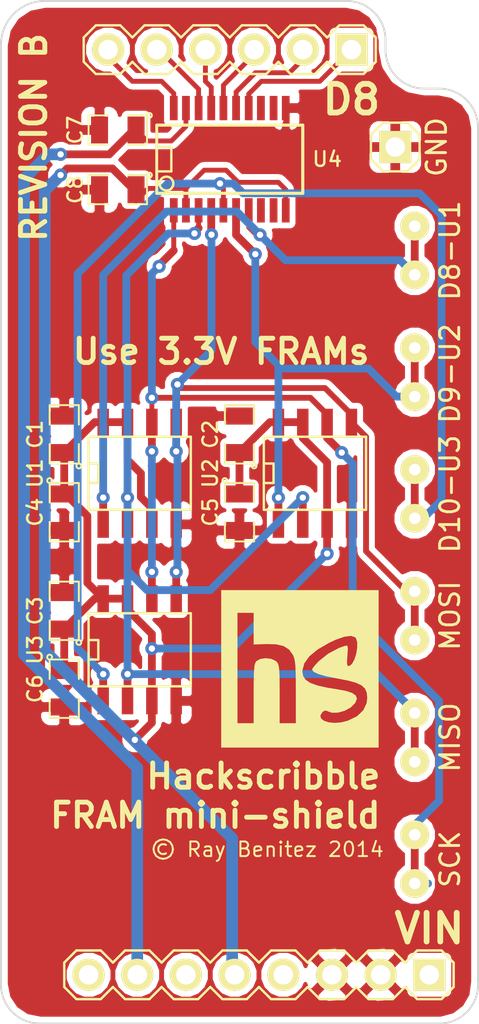
<source format=kicad_pcb>
(kicad_pcb (version 4) (host pcbnew "(2014-11-02 BZR 5250)-product")

  (general
    (links 64)
    (no_connects 0)
    (area 108.661999 124.409999 133.657966 177.850001)
    (thickness 1.6)
    (drawings 23)
    (tracks 250)
    (zones 0)
    (modules 22)
    (nets 24)
  )

  (page A4)
  (layers
    (0 F.Cu signal)
    (31 B.Cu signal)
    (32 B.Adhes user)
    (33 F.Adhes user)
    (34 B.Paste user)
    (35 F.Paste user)
    (36 B.SilkS user)
    (37 F.SilkS user)
    (38 B.Mask user)
    (39 F.Mask user)
    (40 Dwgs.User user)
    (41 Cmts.User user)
    (42 Eco1.User user)
    (43 Eco2.User user)
    (44 Edge.Cuts user)
    (45 Margin user)
    (46 B.CrtYd user)
    (47 F.CrtYd user)
    (48 B.Fab user)
    (49 F.Fab user)
  )

  (setup
    (last_trace_width 0.1524)
    (user_trace_width 0.1524)
    (user_trace_width 0.254)
    (user_trace_width 0.3048)
    (user_trace_width 0.4064)
    (user_trace_width 0.6096)
    (user_trace_width 0.8128)
    (trace_clearance 0.1524)
    (zone_clearance 0.3048)
    (zone_45_only no)
    (trace_min 0.1524)
    (segment_width 0.2)
    (edge_width 0.1)
    (via_size 0.6858)
    (via_drill 0.3302)
    (via_min_size 0.6858)
    (via_min_drill 0.3302)
    (uvia_size 0.6858)
    (uvia_drill 0.3302)
    (uvias_allowed no)
    (uvia_min_size 0.6858)
    (uvia_min_drill 0.3302)
    (pcb_text_width 0.3)
    (pcb_text_size 1.5 1.5)
    (mod_edge_width 0.15)
    (mod_text_size 1 1)
    (mod_text_width 0.15)
    (pad_size 1.5 1.5)
    (pad_drill 0.6)
    (pad_to_mask_clearance 0)
    (aux_axis_origin 0 0)
    (visible_elements 7FFFFF7F)
    (pcbplotparams
      (layerselection 0x010e0_80000001)
      (usegerberextensions true)
      (excludeedgelayer true)
      (linewidth 0.100000)
      (plotframeref false)
      (viasonmask false)
      (mode 1)
      (useauxorigin false)
      (hpglpennumber 1)
      (hpglpenspeed 20)
      (hpglpendiameter 15)
      (hpglpenoverlay 2)
      (psnegative false)
      (psa4output false)
      (plotreference true)
      (plotvalue true)
      (plotinvisibletext false)
      (padsonsilk false)
      (subtractmaskfromsilk false)
      (outputformat 1)
      (mirror false)
      (drillshape 0)
      (scaleselection 1)
      (outputdirectory "C:/Users/Ray/Dropbox/ccc Hackscribble/aaa Development/Hackscribble Ferro Hardware/FRAM mini-shield/gerbers/"))
  )

  (net 0 "")
  (net 1 GND)
  (net 2 +3.3V)
  (net 3 "Net-(HDR2-Pad1)")
  (net 4 "Net-(HDR2-Pad2)")
  (net 5 "Net-(HDR2-Pad3)")
  (net 6 "Net-(HDR2-Pad4)")
  (net 7 "Net-(HDR2-Pad5)")
  (net 8 "Net-(HDR2-Pad6)")
  (net 9 "Net-(U4-Pad8)")
  (net 10 "Net-(U4-Pad9)")
  (net 11 "Net-(U4-Pad12)")
  (net 12 "Net-(U4-Pad13)")
  (net 13 "Net-(HDR1-Pad1)")
  (net 14 "Net-(HDR4-Pad1)")
  (net 15 "Net-(HDR5-Pad1)")
  (net 16 "Net-(HDR6-Pad1)")
  (net 17 "Net-(HDR7-Pad1)")
  (net 18 "Net-(HDR8-Pad1)")
  (net 19 "Net-(HDR9-Pad1)")
  (net 20 "Net-(C7-Pad1)")
  (net 21 "Net-(HDR1-Pad4)")
  (net 22 "Net-(HDR1-Pad6)")
  (net 23 "Net-(HDR1-Pad8)")

  (net_class Default "This is the default net class."
    (clearance 0.1524)
    (trace_width 0.1524)
    (via_dia 0.6858)
    (via_drill 0.3302)
    (uvia_dia 0.6858)
    (uvia_drill 0.3302)
    (add_net +3.3V)
    (add_net GND)
    (add_net "Net-(C7-Pad1)")
    (add_net "Net-(HDR1-Pad1)")
    (add_net "Net-(HDR1-Pad4)")
    (add_net "Net-(HDR1-Pad6)")
    (add_net "Net-(HDR1-Pad8)")
    (add_net "Net-(HDR2-Pad1)")
    (add_net "Net-(HDR2-Pad2)")
    (add_net "Net-(HDR2-Pad3)")
    (add_net "Net-(HDR2-Pad4)")
    (add_net "Net-(HDR2-Pad5)")
    (add_net "Net-(HDR2-Pad6)")
    (add_net "Net-(HDR4-Pad1)")
    (add_net "Net-(HDR5-Pad1)")
    (add_net "Net-(HDR6-Pad1)")
    (add_net "Net-(HDR7-Pad1)")
    (add_net "Net-(HDR8-Pad1)")
    (add_net "Net-(HDR9-Pad1)")
    (add_net "Net-(U4-Pad12)")
    (add_net "Net-(U4-Pad13)")
    (add_net "Net-(U4-Pad8)")
    (add_net "Net-(U4-Pad9)")
  )

  (module SMD_Packages:SMD-0805 (layer F.Cu) (tedit 54340FF0) (tstamp 542BE3A4)
    (at 112.014 147.066 90)
    (path /542B30E8)
    (attr smd)
    (fp_text reference C1 (at 0 -1.524 90) (layer F.SilkS)
      (effects (font (size 0.762 0.762) (thickness 0.127)))
    )
    (fp_text value 100nF (at 0 0.381 90) (layer F.SilkS) hide
      (effects (font (size 0.50038 0.50038) (thickness 0.10922)))
    )
    (fp_circle (center -1.651 0.762) (end -1.651 0.635) (layer F.SilkS) (width 0.09906))
    (fp_line (start -0.508 0.762) (end -1.524 0.762) (layer F.SilkS) (width 0.09906))
    (fp_line (start -1.524 0.762) (end -1.524 -0.762) (layer F.SilkS) (width 0.09906))
    (fp_line (start -1.524 -0.762) (end -0.508 -0.762) (layer F.SilkS) (width 0.09906))
    (fp_line (start 0.508 -0.762) (end 1.524 -0.762) (layer F.SilkS) (width 0.09906))
    (fp_line (start 1.524 -0.762) (end 1.524 0.762) (layer F.SilkS) (width 0.09906))
    (fp_line (start 1.524 0.762) (end 0.508 0.762) (layer F.SilkS) (width 0.09906))
    (pad 1 smd rect (at -0.9525 0 90) (size 0.889 1.397) (layers F.Cu F.Paste F.Mask)
      (net 2 +3.3V))
    (pad 2 smd rect (at 0.9525 0 90) (size 0.889 1.397) (layers F.Cu F.Paste F.Mask)
      (net 1 GND))
    (model smd/chip_cms.wrl
      (at (xyz 0 0 0))
      (scale (xyz 0.1 0.1 0.1))
      (rotate (xyz 0 0 0))
    )
  )

  (module SMD_Packages:SMD-0805 (layer F.Cu) (tedit 54341003) (tstamp 542BE3AA)
    (at 121.158 147.066 90)
    (path /542B33EF)
    (attr smd)
    (fp_text reference C2 (at 0 -1.524 90) (layer F.SilkS)
      (effects (font (size 0.762 0.762) (thickness 0.127)))
    )
    (fp_text value 100nF (at 0 0.381 90) (layer F.SilkS) hide
      (effects (font (size 0.50038 0.50038) (thickness 0.10922)))
    )
    (fp_circle (center -1.651 0.762) (end -1.651 0.635) (layer F.SilkS) (width 0.09906))
    (fp_line (start -0.508 0.762) (end -1.524 0.762) (layer F.SilkS) (width 0.09906))
    (fp_line (start -1.524 0.762) (end -1.524 -0.762) (layer F.SilkS) (width 0.09906))
    (fp_line (start -1.524 -0.762) (end -0.508 -0.762) (layer F.SilkS) (width 0.09906))
    (fp_line (start 0.508 -0.762) (end 1.524 -0.762) (layer F.SilkS) (width 0.09906))
    (fp_line (start 1.524 -0.762) (end 1.524 0.762) (layer F.SilkS) (width 0.09906))
    (fp_line (start 1.524 0.762) (end 0.508 0.762) (layer F.SilkS) (width 0.09906))
    (pad 1 smd rect (at -0.9525 0 90) (size 0.889 1.397) (layers F.Cu F.Paste F.Mask)
      (net 2 +3.3V))
    (pad 2 smd rect (at 0.9525 0 90) (size 0.889 1.397) (layers F.Cu F.Paste F.Mask)
      (net 1 GND))
    (model smd/chip_cms.wrl
      (at (xyz 0 0 0))
      (scale (xyz 0.1 0.1 0.1))
      (rotate (xyz 0 0 0))
    )
  )

  (module SMD_Packages:SMD-0805 (layer F.Cu) (tedit 54341018) (tstamp 542BE3B0)
    (at 112.014 156.2735 90)
    (path /542B3BCE)
    (attr smd)
    (fp_text reference C3 (at 0 -1.524 90) (layer F.SilkS)
      (effects (font (size 0.762 0.762) (thickness 0.127)))
    )
    (fp_text value 100nF (at 0 0.381 90) (layer F.SilkS) hide
      (effects (font (size 0.50038 0.50038) (thickness 0.10922)))
    )
    (fp_circle (center -1.651 0.762) (end -1.651 0.635) (layer F.SilkS) (width 0.09906))
    (fp_line (start -0.508 0.762) (end -1.524 0.762) (layer F.SilkS) (width 0.09906))
    (fp_line (start -1.524 0.762) (end -1.524 -0.762) (layer F.SilkS) (width 0.09906))
    (fp_line (start -1.524 -0.762) (end -0.508 -0.762) (layer F.SilkS) (width 0.09906))
    (fp_line (start 0.508 -0.762) (end 1.524 -0.762) (layer F.SilkS) (width 0.09906))
    (fp_line (start 1.524 -0.762) (end 1.524 0.762) (layer F.SilkS) (width 0.09906))
    (fp_line (start 1.524 0.762) (end 0.508 0.762) (layer F.SilkS) (width 0.09906))
    (pad 1 smd rect (at -0.9525 0 90) (size 0.889 1.397) (layers F.Cu F.Paste F.Mask)
      (net 2 +3.3V))
    (pad 2 smd rect (at 0.9525 0 90) (size 0.889 1.397) (layers F.Cu F.Paste F.Mask)
      (net 1 GND))
    (model smd/chip_cms.wrl
      (at (xyz 0 0 0))
      (scale (xyz 0.1 0.1 0.1))
      (rotate (xyz 0 0 0))
    )
  )

  (module SMD_Packages:SMD-0805 (layer F.Cu) (tedit 54340FFD) (tstamp 542BE3B6)
    (at 112.014 151.13 270)
    (path /542BE343)
    (attr smd)
    (fp_text reference C4 (at 0 1.524 270) (layer F.SilkS)
      (effects (font (size 0.762 0.762) (thickness 0.127)))
    )
    (fp_text value 10uF (at 0 0.381 270) (layer F.SilkS) hide
      (effects (font (size 0.50038 0.50038) (thickness 0.10922)))
    )
    (fp_circle (center -1.651 0.762) (end -1.651 0.635) (layer F.SilkS) (width 0.09906))
    (fp_line (start -0.508 0.762) (end -1.524 0.762) (layer F.SilkS) (width 0.09906))
    (fp_line (start -1.524 0.762) (end -1.524 -0.762) (layer F.SilkS) (width 0.09906))
    (fp_line (start -1.524 -0.762) (end -0.508 -0.762) (layer F.SilkS) (width 0.09906))
    (fp_line (start 0.508 -0.762) (end 1.524 -0.762) (layer F.SilkS) (width 0.09906))
    (fp_line (start 1.524 -0.762) (end 1.524 0.762) (layer F.SilkS) (width 0.09906))
    (fp_line (start 1.524 0.762) (end 0.508 0.762) (layer F.SilkS) (width 0.09906))
    (pad 1 smd rect (at -0.9525 0 270) (size 0.889 1.397) (layers F.Cu F.Paste F.Mask)
      (net 2 +3.3V))
    (pad 2 smd rect (at 0.9525 0 270) (size 0.889 1.397) (layers F.Cu F.Paste F.Mask)
      (net 1 GND))
    (model smd/chip_cms.wrl
      (at (xyz 0 0 0))
      (scale (xyz 0.1 0.1 0.1))
      (rotate (xyz 0 0 0))
    )
  )

  (module SMD_Packages:SMD-0805 (layer F.Cu) (tedit 5434100F) (tstamp 542BE3BC)
    (at 121.158 151.13 270)
    (path /542BE3A7)
    (attr smd)
    (fp_text reference C5 (at 0 1.524 270) (layer F.SilkS)
      (effects (font (size 0.762 0.762) (thickness 0.127)))
    )
    (fp_text value 10uF (at 0 0.381 270) (layer F.SilkS) hide
      (effects (font (size 0.50038 0.50038) (thickness 0.10922)))
    )
    (fp_circle (center -1.651 0.762) (end -1.651 0.635) (layer F.SilkS) (width 0.09906))
    (fp_line (start -0.508 0.762) (end -1.524 0.762) (layer F.SilkS) (width 0.09906))
    (fp_line (start -1.524 0.762) (end -1.524 -0.762) (layer F.SilkS) (width 0.09906))
    (fp_line (start -1.524 -0.762) (end -0.508 -0.762) (layer F.SilkS) (width 0.09906))
    (fp_line (start 0.508 -0.762) (end 1.524 -0.762) (layer F.SilkS) (width 0.09906))
    (fp_line (start 1.524 -0.762) (end 1.524 0.762) (layer F.SilkS) (width 0.09906))
    (fp_line (start 1.524 0.762) (end 0.508 0.762) (layer F.SilkS) (width 0.09906))
    (pad 1 smd rect (at -0.9525 0 270) (size 0.889 1.397) (layers F.Cu F.Paste F.Mask)
      (net 2 +3.3V))
    (pad 2 smd rect (at 0.9525 0 270) (size 0.889 1.397) (layers F.Cu F.Paste F.Mask)
      (net 1 GND))
    (model smd/chip_cms.wrl
      (at (xyz 0 0 0))
      (scale (xyz 0.1 0.1 0.1))
      (rotate (xyz 0 0 0))
    )
  )

  (module SMD_Packages:SMD-0805 (layer F.Cu) (tedit 54341027) (tstamp 542BE3C2)
    (at 112.014 160.3375 270)
    (path /542BE6B9)
    (attr smd)
    (fp_text reference C6 (at 0 1.524 270) (layer F.SilkS)
      (effects (font (size 0.762 0.762) (thickness 0.127)))
    )
    (fp_text value 10uF (at 0 0.381 270) (layer F.SilkS) hide
      (effects (font (size 0.50038 0.50038) (thickness 0.10922)))
    )
    (fp_circle (center -1.651 0.762) (end -1.651 0.635) (layer F.SilkS) (width 0.09906))
    (fp_line (start -0.508 0.762) (end -1.524 0.762) (layer F.SilkS) (width 0.09906))
    (fp_line (start -1.524 0.762) (end -1.524 -0.762) (layer F.SilkS) (width 0.09906))
    (fp_line (start -1.524 -0.762) (end -0.508 -0.762) (layer F.SilkS) (width 0.09906))
    (fp_line (start 0.508 -0.762) (end 1.524 -0.762) (layer F.SilkS) (width 0.09906))
    (fp_line (start 1.524 -0.762) (end 1.524 0.762) (layer F.SilkS) (width 0.09906))
    (fp_line (start 1.524 0.762) (end 0.508 0.762) (layer F.SilkS) (width 0.09906))
    (pad 1 smd rect (at -0.9525 0 270) (size 0.889 1.397) (layers F.Cu F.Paste F.Mask)
      (net 2 +3.3V))
    (pad 2 smd rect (at 0.9525 0 270) (size 0.889 1.397) (layers F.Cu F.Paste F.Mask)
      (net 1 GND))
    (model smd/chip_cms.wrl
      (at (xyz 0 0 0))
      (scale (xyz 0.1 0.1 0.1))
      (rotate (xyz 0 0 0))
    )
  )

  (module SMD_Packages:SMD-0805 (layer F.Cu) (tedit 54340F67) (tstamp 542CA54D)
    (at 114.808 131.191 180)
    (path /542C1F15)
    (attr smd)
    (fp_text reference C7 (at 2.2225 0 270) (layer F.SilkS)
      (effects (font (size 0.762 0.762) (thickness 0.127)))
    )
    (fp_text value 100nF (at 0 0.381 180) (layer F.SilkS) hide
      (effects (font (size 0.50038 0.50038) (thickness 0.10922)))
    )
    (fp_circle (center -1.651 0.762) (end -1.651 0.635) (layer F.SilkS) (width 0.09906))
    (fp_line (start -0.508 0.762) (end -1.524 0.762) (layer F.SilkS) (width 0.09906))
    (fp_line (start -1.524 0.762) (end -1.524 -0.762) (layer F.SilkS) (width 0.09906))
    (fp_line (start -1.524 -0.762) (end -0.508 -0.762) (layer F.SilkS) (width 0.09906))
    (fp_line (start 0.508 -0.762) (end 1.524 -0.762) (layer F.SilkS) (width 0.09906))
    (fp_line (start 1.524 -0.762) (end 1.524 0.762) (layer F.SilkS) (width 0.09906))
    (fp_line (start 1.524 0.762) (end 0.508 0.762) (layer F.SilkS) (width 0.09906))
    (pad 1 smd rect (at -0.9525 0 180) (size 0.889 1.397) (layers F.Cu F.Paste F.Mask)
      (net 20 "Net-(C7-Pad1)"))
    (pad 2 smd rect (at 0.9525 0 180) (size 0.889 1.397) (layers F.Cu F.Paste F.Mask)
      (net 1 GND))
    (model smd/chip_cms.wrl
      (at (xyz 0 0 0))
      (scale (xyz 0.1 0.1 0.1))
      (rotate (xyz 0 0 0))
    )
  )

  (module SMD_Packages:SMD-0805 (layer F.Cu) (tedit 54340F6D) (tstamp 542BE3CE)
    (at 114.808 134.3025 180)
    (path /542C1D32)
    (attr smd)
    (fp_text reference C8 (at 2.2225 0 270) (layer F.SilkS)
      (effects (font (size 0.762 0.762) (thickness 0.127)))
    )
    (fp_text value 100nF (at 0 0.381 180) (layer F.SilkS) hide
      (effects (font (size 0.50038 0.50038) (thickness 0.10922)))
    )
    (fp_circle (center -1.651 0.762) (end -1.651 0.635) (layer F.SilkS) (width 0.09906))
    (fp_line (start -0.508 0.762) (end -1.524 0.762) (layer F.SilkS) (width 0.09906))
    (fp_line (start -1.524 0.762) (end -1.524 -0.762) (layer F.SilkS) (width 0.09906))
    (fp_line (start -1.524 -0.762) (end -0.508 -0.762) (layer F.SilkS) (width 0.09906))
    (fp_line (start 0.508 -0.762) (end 1.524 -0.762) (layer F.SilkS) (width 0.09906))
    (fp_line (start 1.524 -0.762) (end 1.524 0.762) (layer F.SilkS) (width 0.09906))
    (fp_line (start 1.524 0.762) (end 0.508 0.762) (layer F.SilkS) (width 0.09906))
    (pad 1 smd rect (at -0.9525 0 180) (size 0.889 1.397) (layers F.Cu F.Paste F.Mask)
      (net 2 +3.3V))
    (pad 2 smd rect (at 0.9525 0 180) (size 0.889 1.397) (layers F.Cu F.Paste F.Mask)
      (net 1 GND))
    (model smd/chip_cms.wrl
      (at (xyz 0 0 0))
      (scale (xyz 0.1 0.1 0.1))
      (rotate (xyz 0 0 0))
    )
  )

  (module ab2_header:AB2_HDR_M06-1V locked (layer F.Cu) (tedit 542C8189) (tstamp 542BEAAF)
    (at 120.65 127 180)
    (path /542C11AE)
    (fp_text reference HDR2 (at -6.985 -2.159 180) (layer F.SilkS) hide
      (effects (font (size 0.8128 0.8128) (thickness 0.0762)))
    )
    (fp_text value AB2_HDR06-1 (at 0 -2.54 180) (layer F.SilkS) hide
      (effects (font (size 0.8128 0.8128) (thickness 0.0762)))
    )
    (fp_line (start 5.08 -0.635) (end 5.715 -1.27) (layer F.SilkS) (width 0.127))
    (fp_line (start 5.715 -1.27) (end 6.985 -1.27) (layer F.SilkS) (width 0.127))
    (fp_line (start 6.985 -1.27) (end 7.62 -0.635) (layer F.SilkS) (width 0.127))
    (fp_line (start 7.62 -0.635) (end 7.62 0.635) (layer F.SilkS) (width 0.127))
    (fp_line (start 7.62 0.635) (end 6.985 1.27) (layer F.SilkS) (width 0.127))
    (fp_line (start 6.985 1.27) (end 5.715 1.27) (layer F.SilkS) (width 0.127))
    (fp_line (start 5.715 1.27) (end 5.08 0.635) (layer F.SilkS) (width 0.127))
    (fp_line (start 2.54 -0.635) (end 3.175 -1.27) (layer F.SilkS) (width 0.127))
    (fp_line (start 3.175 -1.27) (end 4.445 -1.27) (layer F.SilkS) (width 0.127))
    (fp_line (start 4.445 -1.27) (end 5.08 -0.635) (layer F.SilkS) (width 0.127))
    (fp_line (start 5.08 0.635) (end 4.445 1.27) (layer F.SilkS) (width 0.127))
    (fp_line (start 4.445 1.27) (end 3.175 1.27) (layer F.SilkS) (width 0.127))
    (fp_line (start 3.175 1.27) (end 2.54 0.635) (layer F.SilkS) (width 0.127))
    (fp_line (start 0 -0.635) (end 0.635 -1.27) (layer F.SilkS) (width 0.127))
    (fp_line (start 0.635 -1.27) (end 1.905 -1.27) (layer F.SilkS) (width 0.127))
    (fp_line (start 1.905 -1.27) (end 2.54 -0.635) (layer F.SilkS) (width 0.127))
    (fp_line (start 2.54 0.635) (end 1.905 1.27) (layer F.SilkS) (width 0.127))
    (fp_line (start 1.905 1.27) (end 0.635 1.27) (layer F.SilkS) (width 0.127))
    (fp_line (start 0.635 1.27) (end 0 0.635) (layer F.SilkS) (width 0.127))
    (fp_line (start -5.08 -0.635) (end -4.445 -1.27) (layer F.SilkS) (width 0.127))
    (fp_line (start -4.445 -1.27) (end -3.175 -1.27) (layer F.SilkS) (width 0.127))
    (fp_line (start -3.175 -1.27) (end -2.54 -0.635) (layer F.SilkS) (width 0.127))
    (fp_line (start -2.54 -0.635) (end -1.905 -1.27) (layer F.SilkS) (width 0.127))
    (fp_line (start -1.905 -1.27) (end -0.635 -1.27) (layer F.SilkS) (width 0.127))
    (fp_line (start -0.635 -1.27) (end 0 -0.635) (layer F.SilkS) (width 0.127))
    (fp_line (start 0 0.635) (end -0.635 1.27) (layer F.SilkS) (width 0.127))
    (fp_line (start -0.635 1.27) (end -1.905 1.27) (layer F.SilkS) (width 0.127))
    (fp_line (start -1.905 1.27) (end -2.54 0.635) (layer F.SilkS) (width 0.127))
    (fp_line (start -2.54 0.635) (end -3.175 1.27) (layer F.SilkS) (width 0.127))
    (fp_line (start -3.175 1.27) (end -4.445 1.27) (layer F.SilkS) (width 0.127))
    (fp_line (start -4.445 1.27) (end -5.08 0.635) (layer F.SilkS) (width 0.127))
    (fp_line (start -7.62 -0.635) (end -6.985 -1.27) (layer F.SilkS) (width 0.127))
    (fp_line (start -6.985 -1.27) (end -5.715 -1.27) (layer F.SilkS) (width 0.127))
    (fp_line (start -5.715 -1.27) (end -5.08 -0.635) (layer F.SilkS) (width 0.127))
    (fp_line (start -5.08 0.635) (end -5.715 1.27) (layer F.SilkS) (width 0.127))
    (fp_line (start -5.715 1.27) (end -6.985 1.27) (layer F.SilkS) (width 0.127))
    (fp_line (start -6.985 1.27) (end -7.62 0.635) (layer F.SilkS) (width 0.127))
    (fp_line (start -7.62 0.635) (end -7.62 -0.635) (layer F.SilkS) (width 0.127))
    (pad 1 thru_hole rect (at -6.35 0 180) (size 1.6764 1.6764) (drill 1.016) (layers *.Cu *.Mask F.SilkS)
      (net 3 "Net-(HDR2-Pad1)"))
    (pad 2 thru_hole circle (at -3.81 0 180) (size 1.6764 1.6764) (drill 1.016) (layers *.Cu *.Mask F.SilkS)
      (net 4 "Net-(HDR2-Pad2)"))
    (pad 3 thru_hole circle (at -1.27 0 180) (size 1.6764 1.6764) (drill 1.016) (layers *.Cu *.Mask F.SilkS)
      (net 5 "Net-(HDR2-Pad3)"))
    (pad 4 thru_hole circle (at 1.27 0 180) (size 1.6764 1.6764) (drill 1.016) (layers *.Cu *.Mask F.SilkS)
      (net 6 "Net-(HDR2-Pad4)"))
    (pad 5 thru_hole circle (at 3.81 0 180) (size 1.6764 1.6764) (drill 1.016) (layers *.Cu *.Mask F.SilkS)
      (net 7 "Net-(HDR2-Pad5)"))
    (pad 6 thru_hole circle (at 6.35 0 180) (size 1.6764 1.6764) (drill 1.016) (layers *.Cu *.Mask F.SilkS)
      (net 8 "Net-(HDR2-Pad6)"))
    (model ab2_header/AB2_HDR_M01-1V.wrl
      (at (xyz -0.25 0 0))
      (scale (xyz 0.3937 0.3937 0.3937))
      (rotate (xyz 0 0 0))
    )
    (model ab2_header/AB2_HDR_M01-1V.wrl
      (at (xyz -0.15 0 0))
      (scale (xyz 0.3937 0.3937 0.3937))
      (rotate (xyz 0 0 0))
    )
    (model ab2_header/AB2_HDR_M01-1V.wrl
      (at (xyz -0.05 0 0))
      (scale (xyz 0.3937 0.3937 0.3937))
      (rotate (xyz 0 0 0))
    )
    (model ab2_header/AB2_HDR_M01-1V.wrl
      (at (xyz 0.05 0 0))
      (scale (xyz 0.3937 0.3937 0.3937))
      (rotate (xyz 0 0 0))
    )
    (model ab2_header/AB2_HDR_M01-1V.wrl
      (at (xyz 0.15 0 0))
      (scale (xyz 0.3937 0.3937 0.3937))
      (rotate (xyz 0 0 0))
    )
    (model ab2_header/AB2_HDR_M01-1V.wrl
      (at (xyz 0.25 0 0))
      (scale (xyz 0.3937 0.3937 0.3937))
      (rotate (xyz 0 0 0))
    )
  )

  (module SMD_Packages:SSOP-20 (layer F.Cu) (tedit 542C842B) (tstamp 542BE46F)
    (at 120.65 132.715)
    (descr "SSOP 20 pins")
    (tags "CMS SSOP SMD")
    (path /542C00D4)
    (attr smd)
    (fp_text reference U4 (at 5.08 0) (layer F.SilkS)
      (effects (font (size 0.762 0.762) (thickness 0.127)))
    )
    (fp_text value TXB0108 (at 0 0.635) (layer F.SilkS) hide
      (effects (font (size 0.762 0.762) (thickness 0.127)))
    )
    (fp_line (start 3.81 -1.778) (end -3.81 -1.778) (layer F.SilkS) (width 0.1651))
    (fp_line (start -3.81 1.778) (end 3.81 1.778) (layer F.SilkS) (width 0.1651))
    (fp_line (start 3.81 -1.778) (end 3.81 1.778) (layer F.SilkS) (width 0.1651))
    (fp_line (start -3.81 1.778) (end -3.81 -1.778) (layer F.SilkS) (width 0.1524))
    (fp_circle (center -3.302 1.27) (end -3.556 1.016) (layer F.SilkS) (width 0.127))
    (fp_line (start -3.81 -0.635) (end -3.048 -0.635) (layer F.SilkS) (width 0.127))
    (fp_line (start -3.048 -0.635) (end -3.048 0.635) (layer F.SilkS) (width 0.127))
    (fp_line (start -3.048 0.635) (end -3.81 0.635) (layer F.SilkS) (width 0.127))
    (pad 1 smd rect (at -2.921 2.667) (size 0.4064 1.27) (layers F.Cu F.Paste F.Mask)
      (net 14 "Net-(HDR4-Pad1)"))
    (pad 2 smd rect (at -2.286 2.667) (size 0.4064 1.27) (layers F.Cu F.Paste F.Mask)
      (net 2 +3.3V))
    (pad 3 smd rect (at -1.6256 2.667) (size 0.4064 1.27) (layers F.Cu F.Paste F.Mask)
      (net 15 "Net-(HDR5-Pad1)"))
    (pad 4 smd rect (at -0.9652 2.667) (size 0.4064 1.27) (layers F.Cu F.Paste F.Mask)
      (net 16 "Net-(HDR6-Pad1)"))
    (pad 5 smd rect (at -0.3302 2.667) (size 0.4064 1.27) (layers F.Cu F.Paste F.Mask)
      (net 17 "Net-(HDR7-Pad1)"))
    (pad 6 smd rect (at 0.3302 2.667) (size 0.4064 1.27) (layers F.Cu F.Paste F.Mask)
      (net 18 "Net-(HDR8-Pad1)"))
    (pad 7 smd rect (at 0.9906 2.667) (size 0.4064 1.27) (layers F.Cu F.Paste F.Mask)
      (net 19 "Net-(HDR9-Pad1)"))
    (pad 8 smd rect (at 1.6256 2.667) (size 0.4064 1.27) (layers F.Cu F.Paste F.Mask)
      (net 9 "Net-(U4-Pad8)"))
    (pad 9 smd rect (at 2.286 2.667) (size 0.4064 1.27) (layers F.Cu F.Paste F.Mask)
      (net 10 "Net-(U4-Pad9)"))
    (pad 10 smd rect (at 2.921 2.667) (size 0.4064 1.27) (layers F.Cu F.Paste F.Mask)
      (net 2 +3.3V))
    (pad 11 smd rect (at 2.921 -2.667) (size 0.4064 1.27) (layers F.Cu F.Paste F.Mask)
      (net 1 GND))
    (pad 12 smd rect (at 2.286 -2.667) (size 0.4064 1.27) (layers F.Cu F.Paste F.Mask)
      (net 11 "Net-(U4-Pad12)"))
    (pad 13 smd rect (at 1.6256 -2.667) (size 0.4064 1.27) (layers F.Cu F.Paste F.Mask)
      (net 12 "Net-(U4-Pad13)"))
    (pad 14 smd rect (at 0.9906 -2.667) (size 0.4064 1.27) (layers F.Cu F.Paste F.Mask)
      (net 3 "Net-(HDR2-Pad1)"))
    (pad 15 smd rect (at 0.3302 -2.667) (size 0.4064 1.27) (layers F.Cu F.Paste F.Mask)
      (net 4 "Net-(HDR2-Pad2)"))
    (pad 16 smd rect (at -0.3302 -2.667) (size 0.4064 1.27) (layers F.Cu F.Paste F.Mask)
      (net 5 "Net-(HDR2-Pad3)"))
    (pad 17 smd rect (at -0.9652 -2.667) (size 0.4064 1.27) (layers F.Cu F.Paste F.Mask)
      (net 6 "Net-(HDR2-Pad4)"))
    (pad 18 smd rect (at -1.6256 -2.667) (size 0.4064 1.27) (layers F.Cu F.Paste F.Mask)
      (net 7 "Net-(HDR2-Pad5)"))
    (pad 19 smd rect (at -2.286 -2.667) (size 0.4064 1.27) (layers F.Cu F.Paste F.Mask)
      (net 20 "Net-(C7-Pad1)"))
    (pad 20 smd rect (at -2.921 -2.667) (size 0.4064 1.27) (layers F.Cu F.Paste F.Mask)
      (net 8 "Net-(HDR2-Pad6)"))
    (model smd/cms_so20.wrl
      (at (xyz 0 0 0))
      (scale (xyz 0.255 0.33 0.3))
      (rotate (xyz 0 0 0))
    )
  )

  (module SMD_Packages:SOIC-8-W (layer F.Cu) (tedit 5434101F) (tstamp 542BEE1A)
    (at 115.951 158.3055)
    (descr "module SMD SOIC SOJ 8 pins etroit")
    (tags "CMS SOJ")
    (path /542B680A)
    (attr smd)
    (fp_text reference U3 (at -5.461 0 90) (layer F.SilkS)
      (effects (font (size 0.762 0.762) (thickness 0.127)))
    )
    (fp_text value MB85RS1MT (at 0 1.016) (layer F.SilkS) hide
      (effects (font (size 0.889 0.889) (thickness 0.1524)))
    )
    (fp_line (start -2.667 1.778) (end -2.667 1.905) (layer F.SilkS) (width 0.127))
    (fp_line (start -2.667 1.905) (end 2.667 1.905) (layer F.SilkS) (width 0.127))
    (fp_line (start 2.667 -1.905) (end -2.667 -1.905) (layer F.SilkS) (width 0.127))
    (fp_line (start -2.667 -1.905) (end -2.667 1.778) (layer F.SilkS) (width 0.127))
    (fp_line (start -2.667 -0.508) (end -2.159 -0.508) (layer F.SilkS) (width 0.127))
    (fp_line (start -2.159 -0.508) (end -2.159 0.508) (layer F.SilkS) (width 0.127))
    (fp_line (start -2.159 0.508) (end -2.667 0.508) (layer F.SilkS) (width 0.127))
    (fp_line (start 2.667 -1.905) (end 2.667 1.905) (layer F.SilkS) (width 0.127))
    (pad 8 smd rect (at -1.905 -2.667) (size 0.59944 1.39954) (layers F.Cu F.Paste F.Mask)
      (net 2 +3.3V))
    (pad 1 smd rect (at -1.905 2.667) (size 0.59944 1.39954) (layers F.Cu F.Paste F.Mask)
      (net 17 "Net-(HDR7-Pad1)"))
    (pad 7 smd rect (at -0.635 -2.667) (size 0.59944 1.39954) (layers F.Cu F.Paste F.Mask)
      (net 2 +3.3V))
    (pad 6 smd rect (at 0.635 -2.667) (size 0.59944 1.39954) (layers F.Cu F.Paste F.Mask)
      (net 14 "Net-(HDR4-Pad1)"))
    (pad 5 smd rect (at 1.905 -2.667) (size 0.59944 1.39954) (layers F.Cu F.Paste F.Mask)
      (net 16 "Net-(HDR6-Pad1)"))
    (pad 2 smd rect (at -0.635 2.667) (size 0.59944 1.39954) (layers F.Cu F.Paste F.Mask)
      (net 15 "Net-(HDR5-Pad1)"))
    (pad 3 smd rect (at 0.635 2.667) (size 0.59944 1.39954) (layers F.Cu F.Paste F.Mask)
      (net 2 +3.3V))
    (pad 4 smd rect (at 1.905 2.667) (size 0.59944 1.39954) (layers F.Cu F.Paste F.Mask)
      (net 1 GND))
    (model smd/cms_so8.wrl
      (at (xyz 0 0 0))
      (scale (xyz 0.5 0.32 0.5))
      (rotate (xyz 0 0 0))
    )
  )

  (module SMD_Packages:SOIC-8-W (layer F.Cu) (tedit 54340FF6) (tstamp 542BEE8B)
    (at 115.951 149.098)
    (descr "module SMD SOIC SOJ 8 pins etroit")
    (tags "CMS SOJ")
    (path /542B6528)
    (attr smd)
    (fp_text reference U1 (at -5.461 0 90) (layer F.SilkS)
      (effects (font (size 0.762 0.762) (thickness 0.127)))
    )
    (fp_text value MB85RS1MT (at 0 1.016) (layer F.SilkS) hide
      (effects (font (size 0.889 0.889) (thickness 0.1524)))
    )
    (fp_line (start -2.667 1.778) (end -2.667 1.905) (layer F.SilkS) (width 0.127))
    (fp_line (start -2.667 1.905) (end 2.667 1.905) (layer F.SilkS) (width 0.127))
    (fp_line (start 2.667 -1.905) (end -2.667 -1.905) (layer F.SilkS) (width 0.127))
    (fp_line (start -2.667 -1.905) (end -2.667 1.778) (layer F.SilkS) (width 0.127))
    (fp_line (start -2.667 -0.508) (end -2.159 -0.508) (layer F.SilkS) (width 0.127))
    (fp_line (start -2.159 -0.508) (end -2.159 0.508) (layer F.SilkS) (width 0.127))
    (fp_line (start -2.159 0.508) (end -2.667 0.508) (layer F.SilkS) (width 0.127))
    (fp_line (start 2.667 -1.905) (end 2.667 1.905) (layer F.SilkS) (width 0.127))
    (pad 8 smd rect (at -1.905 -2.667) (size 0.59944 1.39954) (layers F.Cu F.Paste F.Mask)
      (net 2 +3.3V))
    (pad 1 smd rect (at -1.905 2.667) (size 0.59944 1.39954) (layers F.Cu F.Paste F.Mask)
      (net 19 "Net-(HDR9-Pad1)"))
    (pad 7 smd rect (at -0.635 -2.667) (size 0.59944 1.39954) (layers F.Cu F.Paste F.Mask)
      (net 2 +3.3V))
    (pad 6 smd rect (at 0.635 -2.667) (size 0.59944 1.39954) (layers F.Cu F.Paste F.Mask)
      (net 14 "Net-(HDR4-Pad1)"))
    (pad 5 smd rect (at 1.905 -2.667) (size 0.59944 1.39954) (layers F.Cu F.Paste F.Mask)
      (net 16 "Net-(HDR6-Pad1)"))
    (pad 2 smd rect (at -0.635 2.667) (size 0.59944 1.39954) (layers F.Cu F.Paste F.Mask)
      (net 15 "Net-(HDR5-Pad1)"))
    (pad 3 smd rect (at 0.635 2.667) (size 0.59944 1.39954) (layers F.Cu F.Paste F.Mask)
      (net 2 +3.3V))
    (pad 4 smd rect (at 1.905 2.667) (size 0.59944 1.39954) (layers F.Cu F.Paste F.Mask)
      (net 1 GND))
    (model smd/cms_so8.wrl
      (at (xyz 0 0 0))
      (scale (xyz 0.5 0.32 0.5))
      (rotate (xyz 0 0 0))
    )
  )

  (module SMD_Packages:SOIC-8-W (layer F.Cu) (tedit 54341009) (tstamp 542BEE96)
    (at 125.095 149.098)
    (descr "module SMD SOIC SOJ 8 pins etroit")
    (tags "CMS SOJ")
    (path /542B66ED)
    (attr smd)
    (fp_text reference U2 (at -5.461 0 90) (layer F.SilkS)
      (effects (font (size 0.762 0.762) (thickness 0.127)))
    )
    (fp_text value MB85RS1MT (at 0 1.016) (layer F.SilkS) hide
      (effects (font (size 0.889 0.889) (thickness 0.1524)))
    )
    (fp_line (start -2.667 1.778) (end -2.667 1.905) (layer F.SilkS) (width 0.127))
    (fp_line (start -2.667 1.905) (end 2.667 1.905) (layer F.SilkS) (width 0.127))
    (fp_line (start 2.667 -1.905) (end -2.667 -1.905) (layer F.SilkS) (width 0.127))
    (fp_line (start -2.667 -1.905) (end -2.667 1.778) (layer F.SilkS) (width 0.127))
    (fp_line (start -2.667 -0.508) (end -2.159 -0.508) (layer F.SilkS) (width 0.127))
    (fp_line (start -2.159 -0.508) (end -2.159 0.508) (layer F.SilkS) (width 0.127))
    (fp_line (start -2.159 0.508) (end -2.667 0.508) (layer F.SilkS) (width 0.127))
    (fp_line (start 2.667 -1.905) (end 2.667 1.905) (layer F.SilkS) (width 0.127))
    (pad 8 smd rect (at -1.905 -2.667) (size 0.59944 1.39954) (layers F.Cu F.Paste F.Mask)
      (net 2 +3.3V))
    (pad 1 smd rect (at -1.905 2.667) (size 0.59944 1.39954) (layers F.Cu F.Paste F.Mask)
      (net 18 "Net-(HDR8-Pad1)"))
    (pad 7 smd rect (at -0.635 -2.667) (size 0.59944 1.39954) (layers F.Cu F.Paste F.Mask)
      (net 2 +3.3V))
    (pad 6 smd rect (at 0.635 -2.667) (size 0.59944 1.39954) (layers F.Cu F.Paste F.Mask)
      (net 14 "Net-(HDR4-Pad1)"))
    (pad 5 smd rect (at 1.905 -2.667) (size 0.59944 1.39954) (layers F.Cu F.Paste F.Mask)
      (net 16 "Net-(HDR6-Pad1)"))
    (pad 2 smd rect (at -0.635 2.667) (size 0.59944 1.39954) (layers F.Cu F.Paste F.Mask)
      (net 15 "Net-(HDR5-Pad1)"))
    (pad 3 smd rect (at 0.635 2.667) (size 0.59944 1.39954) (layers F.Cu F.Paste F.Mask)
      (net 2 +3.3V))
    (pad 4 smd rect (at 1.905 2.667) (size 0.59944 1.39954) (layers F.Cu F.Paste F.Mask)
      (net 1 GND))
    (model smd/cms_so8.wrl
      (at (xyz 0 0 0))
      (scale (xyz 0.5 0.32 0.5))
      (rotate (xyz 0 0 0))
    )
  )

  (module Hackscribble:test-pin (layer F.Cu) (tedit 5459EFBE) (tstamp 5433C6AE)
    (at 130.302 170.4975 90)
    (path /542C6846)
    (fp_text reference HDR4 (at -0.225 -7.175 90) (layer F.SilkS) hide
      (effects (font (size 1 1) (thickness 0.15)))
    )
    (fp_text value SCK (at 1.27 1.8415 90) (layer F.SilkS)
      (effects (font (size 1 1) (thickness 0.15)))
    )
    (pad 1 thru_hole circle (at 0 0 90) (size 1.5 1.5) (drill 0.6) (layers *.Cu *.Mask F.SilkS)
      (net 14 "Net-(HDR4-Pad1)"))
    (pad 1 thru_hole circle (at 2.54 0 90) (size 1.5 1.5) (drill 0.6) (layers *.Cu *.Mask F.SilkS)
      (net 14 "Net-(HDR4-Pad1)"))
  )

  (module Hackscribble:test-pin (layer F.Cu) (tedit 5459EFB7) (tstamp 5433C6B3)
    (at 130.302 164.1475 90)
    (path /542C6807)
    (fp_text reference HDR5 (at -0.225 -7.175 90) (layer F.SilkS) hide
      (effects (font (size 1 1) (thickness 0.15)))
    )
    (fp_text value MISO (at 1.27 1.8415 90) (layer F.SilkS)
      (effects (font (size 1 1) (thickness 0.15)))
    )
    (pad 1 thru_hole circle (at 0 0 90) (size 1.5 1.5) (drill 0.6) (layers *.Cu *.Mask F.SilkS)
      (net 15 "Net-(HDR5-Pad1)"))
    (pad 1 thru_hole circle (at 2.54 0 90) (size 1.5 1.5) (drill 0.6) (layers *.Cu *.Mask F.SilkS)
      (net 15 "Net-(HDR5-Pad1)"))
  )

  (module Hackscribble:test-pin (layer F.Cu) (tedit 5459EFB1) (tstamp 5433C6B8)
    (at 130.302 157.7975 90)
    (path /542C67C7)
    (fp_text reference HDR6 (at -0.225 -7.175 90) (layer F.SilkS) hide
      (effects (font (size 1 1) (thickness 0.15)))
    )
    (fp_text value MOSI (at 1.27 1.8415 90) (layer F.SilkS)
      (effects (font (size 1 1) (thickness 0.15)))
    )
    (pad 1 thru_hole circle (at 0 0 90) (size 1.5 1.5) (drill 0.6) (layers *.Cu *.Mask F.SilkS)
      (net 16 "Net-(HDR6-Pad1)"))
    (pad 1 thru_hole circle (at 2.54 0 90) (size 1.5 1.5) (drill 0.6) (layers *.Cu *.Mask F.SilkS)
      (net 16 "Net-(HDR6-Pad1)"))
  )

  (module Hackscribble:test-pin (layer F.Cu) (tedit 5459EFA6) (tstamp 5433C6BD)
    (at 130.302 151.4475 90)
    (path /542C678C)
    (fp_text reference HDR7 (at -0.225 -7.175 90) (layer F.SilkS) hide
      (effects (font (size 1 1) (thickness 0.15)))
    )
    (fp_text value D10-U3 (at 1.27 1.8415 90) (layer F.SilkS)
      (effects (font (size 1 1) (thickness 0.15)))
    )
    (pad 1 thru_hole circle (at 0 0 90) (size 1.5 1.5) (drill 0.6) (layers *.Cu *.Mask F.SilkS)
      (net 17 "Net-(HDR7-Pad1)"))
    (pad 1 thru_hole circle (at 2.54 0 90) (size 1.5 1.5) (drill 0.6) (layers *.Cu *.Mask F.SilkS)
      (net 17 "Net-(HDR7-Pad1)"))
  )

  (module Hackscribble:test-pin (layer F.Cu) (tedit 5459EF9C) (tstamp 5433C72F)
    (at 130.302 145.0975 90)
    (path /542C61D5)
    (fp_text reference HDR8 (at 9.017 -14.097 90) (layer F.SilkS) hide
      (effects (font (size 1 1) (thickness 0.15)))
    )
    (fp_text value D9-U2 (at 1.2065 1.8415 90) (layer F.SilkS)
      (effects (font (size 1 1) (thickness 0.15)))
    )
    (pad 1 thru_hole circle (at 0 0 90) (size 1.5 1.5) (drill 0.6) (layers *.Cu *.Mask F.SilkS)
      (net 18 "Net-(HDR8-Pad1)"))
    (pad 1 thru_hole circle (at 2.54 0 90) (size 1.5 1.5) (drill 0.6) (layers *.Cu *.Mask F.SilkS)
      (net 18 "Net-(HDR8-Pad1)"))
  )

  (module Hackscribble:test-pin (layer F.Cu) (tedit 5459EF95) (tstamp 5433C6C7)
    (at 130.302 138.7475 90)
    (path /542C606C)
    (fp_text reference HDR9 (at 7.874 -4.2545 90) (layer F.SilkS) hide
      (effects (font (size 1 1) (thickness 0.15)))
    )
    (fp_text value D8-U1 (at 1.27 1.8415 90) (layer F.SilkS)
      (effects (font (size 1 1) (thickness 0.15)))
    )
    (pad 1 thru_hole circle (at 0 0 90) (size 1.5 1.5) (drill 0.6) (layers *.Cu *.Mask F.SilkS)
      (net 19 "Net-(HDR9-Pad1)"))
    (pad 1 thru_hole circle (at 2.54 0 90) (size 1.5 1.5) (drill 0.6) (layers *.Cu *.Mask F.SilkS)
      (net 19 "Net-(HDR9-Pad1)"))
  )

  (module ab2_header:AB2_HDR_M01-1V (layer F.Cu) (tedit 54343402) (tstamp 5433DAC9)
    (at 129.286 132.08)
    (path /542C68DC)
    (fp_text reference HDR3 (at 0 2.54) (layer F.SilkS) hide
      (effects (font (size 0.8128 0.8128) (thickness 0.0762)))
    )
    (fp_text value GND (at 2.159 0 270) (layer F.SilkS)
      (effects (font (size 1.016 1.016) (thickness 0.1524)))
    )
    (fp_line (start -1.27 -0.635) (end -0.635 -1.27) (layer F.SilkS) (width 0.127))
    (fp_line (start -0.635 -1.27) (end 0.635 -1.27) (layer F.SilkS) (width 0.127))
    (fp_line (start 0.635 -1.27) (end 1.27 -0.635) (layer F.SilkS) (width 0.127))
    (fp_line (start 1.27 -0.635) (end 1.27 0.635) (layer F.SilkS) (width 0.127))
    (fp_line (start 1.27 0.635) (end 0.635 1.27) (layer F.SilkS) (width 0.127))
    (fp_line (start 0.635 1.27) (end -0.635 1.27) (layer F.SilkS) (width 0.127))
    (fp_line (start -0.635 1.27) (end -1.27 0.635) (layer F.SilkS) (width 0.127))
    (fp_line (start -1.27 0.635) (end -1.27 -0.635) (layer F.SilkS) (width 0.127))
    (pad 1 thru_hole rect (at 0 0) (size 1.6764 1.6764) (drill 1.016) (layers *.Cu *.Mask F.SilkS)
      (net 1 GND))
    (model ab2_header/AB2_HDR_M01-1V.wrl
      (at (xyz 0 0 0))
      (scale (xyz 0.3937 0.3937 0.3937))
      (rotate (xyz 0 0 0))
    )
  )

  (module ab2_header:AB2_HDR_M08-1V (layer F.Cu) (tedit 5459EFDA) (tstamp 5459EDCA)
    (at 122.174 175.26 180)
    (path /5459EC53)
    (fp_text reference HDR1 (at 0 2.54 180) (layer F.SilkS) hide
      (effects (font (size 0.8128 0.8128) (thickness 0.0762)))
    )
    (fp_text value AB2_HDR08-1 (at 0 -2.54 180) (layer F.SilkS) hide
      (effects (font (size 0.8128 0.8128) (thickness 0.0762)))
    )
    (fp_line (start 7.62 -0.635) (end 8.255 -1.27) (layer F.SilkS) (width 0.127))
    (fp_line (start 8.255 -1.27) (end 9.525 -1.27) (layer F.SilkS) (width 0.127))
    (fp_line (start 9.525 -1.27) (end 10.16 -0.635) (layer F.SilkS) (width 0.127))
    (fp_line (start 10.16 -0.635) (end 10.16 0.635) (layer F.SilkS) (width 0.127))
    (fp_line (start 10.16 0.635) (end 9.525 1.27) (layer F.SilkS) (width 0.127))
    (fp_line (start 9.525 1.27) (end 8.255 1.27) (layer F.SilkS) (width 0.127))
    (fp_line (start 8.255 1.27) (end 7.62 0.635) (layer F.SilkS) (width 0.127))
    (fp_line (start 5.08 -0.635) (end 5.715 -1.27) (layer F.SilkS) (width 0.127))
    (fp_line (start 5.715 -1.27) (end 6.985 -1.27) (layer F.SilkS) (width 0.127))
    (fp_line (start 6.985 -1.27) (end 7.62 -0.635) (layer F.SilkS) (width 0.127))
    (fp_line (start 7.62 0.635) (end 6.985 1.27) (layer F.SilkS) (width 0.127))
    (fp_line (start 6.985 1.27) (end 5.715 1.27) (layer F.SilkS) (width 0.127))
    (fp_line (start 5.715 1.27) (end 5.08 0.635) (layer F.SilkS) (width 0.127))
    (fp_line (start 2.54 -0.635) (end 3.175 -1.27) (layer F.SilkS) (width 0.127))
    (fp_line (start 3.175 -1.27) (end 4.445 -1.27) (layer F.SilkS) (width 0.127))
    (fp_line (start 4.445 -1.27) (end 5.08 -0.635) (layer F.SilkS) (width 0.127))
    (fp_line (start 5.08 0.635) (end 4.445 1.27) (layer F.SilkS) (width 0.127))
    (fp_line (start 4.445 1.27) (end 3.175 1.27) (layer F.SilkS) (width 0.127))
    (fp_line (start 3.175 1.27) (end 2.54 0.635) (layer F.SilkS) (width 0.127))
    (fp_line (start 0 -0.635) (end 0.635 -1.27) (layer F.SilkS) (width 0.127))
    (fp_line (start 0.635 -1.27) (end 1.905 -1.27) (layer F.SilkS) (width 0.127))
    (fp_line (start 1.905 -1.27) (end 2.54 -0.635) (layer F.SilkS) (width 0.127))
    (fp_line (start 2.54 0.635) (end 1.905 1.27) (layer F.SilkS) (width 0.127))
    (fp_line (start 1.905 1.27) (end 0.635 1.27) (layer F.SilkS) (width 0.127))
    (fp_line (start 0.635 1.27) (end 0 0.635) (layer F.SilkS) (width 0.127))
    (fp_line (start -2.54 -0.635) (end -1.905 -1.27) (layer F.SilkS) (width 0.127))
    (fp_line (start -1.905 -1.27) (end -0.635 -1.27) (layer F.SilkS) (width 0.127))
    (fp_line (start -0.635 -1.27) (end 0 -0.635) (layer F.SilkS) (width 0.127))
    (fp_line (start 0 0.635) (end -0.635 1.27) (layer F.SilkS) (width 0.127))
    (fp_line (start -0.635 1.27) (end -1.905 1.27) (layer F.SilkS) (width 0.127))
    (fp_line (start -1.905 1.27) (end -2.54 0.635) (layer F.SilkS) (width 0.127))
    (fp_line (start -7.62 -0.635) (end -6.985 -1.27) (layer F.SilkS) (width 0.127))
    (fp_line (start -6.985 -1.27) (end -5.715 -1.27) (layer F.SilkS) (width 0.127))
    (fp_line (start -5.715 -1.27) (end -5.08 -0.635) (layer F.SilkS) (width 0.127))
    (fp_line (start -5.08 -0.635) (end -4.445 -1.27) (layer F.SilkS) (width 0.127))
    (fp_line (start -4.445 -1.27) (end -3.175 -1.27) (layer F.SilkS) (width 0.127))
    (fp_line (start -3.175 -1.27) (end -2.54 -0.635) (layer F.SilkS) (width 0.127))
    (fp_line (start -2.54 0.635) (end -3.175 1.27) (layer F.SilkS) (width 0.127))
    (fp_line (start -3.175 1.27) (end -4.445 1.27) (layer F.SilkS) (width 0.127))
    (fp_line (start -4.445 1.27) (end -5.08 0.635) (layer F.SilkS) (width 0.127))
    (fp_line (start -5.08 0.635) (end -5.715 1.27) (layer F.SilkS) (width 0.127))
    (fp_line (start -5.715 1.27) (end -6.985 1.27) (layer F.SilkS) (width 0.127))
    (fp_line (start -6.985 1.27) (end -7.62 0.635) (layer F.SilkS) (width 0.127))
    (fp_line (start -10.16 -0.635) (end -9.525 -1.27) (layer F.SilkS) (width 0.127))
    (fp_line (start -9.525 -1.27) (end -8.255 -1.27) (layer F.SilkS) (width 0.127))
    (fp_line (start -8.255 -1.27) (end -7.62 -0.635) (layer F.SilkS) (width 0.127))
    (fp_line (start -7.62 0.635) (end -8.255 1.27) (layer F.SilkS) (width 0.127))
    (fp_line (start -8.255 1.27) (end -9.525 1.27) (layer F.SilkS) (width 0.127))
    (fp_line (start -9.525 1.27) (end -10.16 0.635) (layer F.SilkS) (width 0.127))
    (fp_line (start -10.16 0.635) (end -10.16 -0.635) (layer F.SilkS) (width 0.127))
    (pad 1 thru_hole rect (at -8.89 0 180) (size 1.6764 1.6764) (drill 1.016) (layers *.Cu *.Mask F.SilkS)
      (net 13 "Net-(HDR1-Pad1)"))
    (pad 2 thru_hole circle (at -6.35 0 180) (size 1.6764 1.6764) (drill 1.016) (layers *.Cu *.Mask F.SilkS)
      (net 1 GND))
    (pad 3 thru_hole circle (at -3.81 0 180) (size 1.6764 1.6764) (drill 1.016) (layers *.Cu *.Mask F.SilkS)
      (net 1 GND))
    (pad 4 thru_hole circle (at -1.27 0 180) (size 1.6764 1.6764) (drill 1.016) (layers *.Cu *.Mask F.SilkS)
      (net 21 "Net-(HDR1-Pad4)"))
    (pad 5 thru_hole circle (at 1.27 0 180) (size 1.6764 1.6764) (drill 1.016) (layers *.Cu *.Mask F.SilkS)
      (net 2 +3.3V))
    (pad 6 thru_hole circle (at 3.81 0 180) (size 1.6764 1.6764) (drill 1.016) (layers *.Cu *.Mask F.SilkS)
      (net 22 "Net-(HDR1-Pad6)"))
    (pad 7 thru_hole circle (at 6.35 0 180) (size 1.6764 1.6764) (drill 1.016) (layers *.Cu *.Mask F.SilkS)
      (net 20 "Net-(C7-Pad1)"))
    (pad 8 thru_hole circle (at 8.89 0 180) (size 1.6764 1.6764) (drill 1.016) (layers *.Cu *.Mask F.SilkS)
      (net 23 "Net-(HDR1-Pad8)"))
    (model ab2_header/AB2_HDR_M01-1V.wrl
      (at (xyz -0.35 0 0))
      (scale (xyz 0.3937 0.3937 0.3937))
      (rotate (xyz 0 0 0))
    )
    (model ab2_header/AB2_HDR_M01-1V.wrl
      (at (xyz -0.25 0 0))
      (scale (xyz 0.3937 0.3937 0.3937))
      (rotate (xyz 0 0 0))
    )
    (model ab2_header/AB2_HDR_M01-1V.wrl
      (at (xyz -0.15 0 0))
      (scale (xyz 0.3937 0.3937 0.3937))
      (rotate (xyz 0 0 0))
    )
    (model ab2_header/AB2_HDR_M01-1V.wrl
      (at (xyz -0.05 0 0))
      (scale (xyz 0.3937 0.3937 0.3937))
      (rotate (xyz 0 0 0))
    )
    (model ab2_header/AB2_HDR_M01-1V.wrl
      (at (xyz 0.05 0 0))
      (scale (xyz 0.3937 0.3937 0.3937))
      (rotate (xyz 0 0 0))
    )
    (model ab2_header/AB2_HDR_M01-1V.wrl
      (at (xyz 0.15 0 0))
      (scale (xyz 0.3937 0.3937 0.3937))
      (rotate (xyz 0 0 0))
    )
    (model ab2_header/AB2_HDR_M01-1V.wrl
      (at (xyz 0.25 0 0))
      (scale (xyz 0.3937 0.3937 0.3937))
      (rotate (xyz 0 0 0))
    )
    (model ab2_header/AB2_HDR_M01-1V.wrl
      (at (xyz 0.35 0 0))
      (scale (xyz 0.3937 0.3937 0.3937))
      (rotate (xyz 0 0 0))
    )
  )

  (module Hackscribble_Logo:logo-small (layer F.Cu) (tedit 53FFA92D) (tstamp 5459F229)
    (at 124.2695 159.258)
    (fp_text reference G*** (at 0 4.826) (layer F.SilkS) hide
      (effects (font (thickness 0.3048)))
    )
    (fp_text value LOGO (at 0 -4.826) (layer F.SilkS) hide
      (effects (font (thickness 0.3048)))
    )
    (fp_poly (pts (xy 4.14782 4.14782) (xy 3.556 4.14782) (xy 3.556 1.5494) (xy 3.52806 1.28016)
      (xy 3.43408 1.0668) (xy 3.25374 0.9017) (xy 2.96672 0.76708) (xy 2.55016 0.65278)
      (xy 1.98628 0.54356) (xy 1.96596 0.54102) (xy 1.41986 0.4318) (xy 1.016 0.3175)
      (xy 0.76454 0.20066) (xy 0.67564 0.08382) (xy 0.67564 0.07874) (xy 0.73152 -0.02286)
      (xy 0.8763 -0.19812) (xy 1.03886 -0.3683) (xy 1.51384 -0.74676) (xy 2.07264 -1.04394)
      (xy 2.35966 -1.14554) (xy 2.46888 -1.17094) (xy 2.52476 -1.14554) (xy 2.54254 -1.03378)
      (xy 2.52984 -0.80264) (xy 2.51714 -0.64262) (xy 2.49936 -0.34036) (xy 2.50698 -0.17272)
      (xy 2.54508 -0.10668) (xy 2.61112 -0.10414) (xy 2.7559 -0.20828) (xy 2.88036 -0.43434)
      (xy 2.97688 -0.73152) (xy 3.03022 -1.04902) (xy 3.03276 -1.33858) (xy 2.9718 -1.5494)
      (xy 2.92862 -1.60274) (xy 2.7051 -1.67894) (xy 2.36728 -1.63576) (xy 1.91262 -1.47828)
      (xy 1.56464 -1.31572) (xy 0.9652 -0.96774) (xy 0.5334 -0.61214) (xy 0.26924 -0.24384)
      (xy 0.17018 0.13208) (xy 0.16764 0.17272) (xy 0.21082 0.4191) (xy 0.34798 0.61976)
      (xy 0.5969 0.78232) (xy 0.97282 0.91694) (xy 1.49098 1.0287) (xy 1.92024 1.09728)
      (xy 2.4257 1.18872) (xy 2.7686 1.30048) (xy 2.96164 1.43764) (xy 3.01244 1.60782)
      (xy 2.92862 1.81864) (xy 2.921 1.8288) (xy 2.69494 2.05486) (xy 2.38252 2.22758)
      (xy 2.03708 2.3241) (xy 1.71704 2.33172) (xy 1.55194 2.27838) (xy 1.38176 2.21234)
      (xy 1.25984 2.2606) (xy 1.21158 2.30378) (xy 1.10744 2.48158) (xy 1.14554 2.63398)
      (xy 1.30048 2.75336) (xy 1.54432 2.8321) (xy 1.85674 2.86258) (xy 2.20726 2.8321)
      (xy 2.54508 2.74574) (xy 3.01752 2.51714) (xy 3.34518 2.2098) (xy 3.52298 1.83134)
      (xy 3.556 1.5494) (xy 3.556 4.14782) (xy 0.04064 4.14782) (xy -0.17018 4.14782)
      (xy -0.17018 2.87782) (xy -0.17018 1.24714) (xy -0.17272 0.6604) (xy -0.18034 0.2159)
      (xy -0.19558 -0.11176) (xy -0.22098 -0.34798) (xy -0.25654 -0.51816) (xy -0.30734 -0.65278)
      (xy -0.32004 -0.67818) (xy -0.5207 -0.96266) (xy -0.80518 -1.14554) (xy -1.19888 -1.23952)
      (xy -1.71704 -1.25222) (xy -2.37236 -1.22936) (xy -2.37236 -2.05486) (xy -2.37236 -2.88036)
      (xy -2.794 -2.88036) (xy -3.21818 -2.88036) (xy -3.21818 0) (xy -3.21818 2.87782)
      (xy -2.794 2.87782) (xy -2.37236 2.87782) (xy -2.37236 1.33858) (xy -2.36982 0.77724)
      (xy -2.3622 0.36322) (xy -2.34696 0.06604) (xy -2.3241 -0.13462) (xy -2.28854 -0.26162)
      (xy -2.24028 -0.34544) (xy -2.23266 -0.3556) (xy -2.02438 -0.47498) (xy -1.73736 -0.51308)
      (xy -1.44272 -0.47498) (xy -1.20904 -0.36068) (xy -1.18618 -0.34036) (xy -1.12522 -0.26924)
      (xy -1.08204 -0.17526) (xy -1.05156 -0.03302) (xy -1.03124 0.18034) (xy -1.02108 0.49276)
      (xy -1.01854 0.92964) (xy -1.016 1.35382) (xy -1.016 2.87782) (xy -0.59436 2.87782)
      (xy -0.17018 2.87782) (xy -0.17018 4.14782) (xy -4.064 4.14782) (xy -4.064 0.04064)
      (xy -4.064 -4.064) (xy 0.04064 -4.064) (xy 4.14782 -4.064) (xy 4.14782 0.04064)
      (xy 4.14782 4.14782) (xy 4.14782 4.14782)) (layer F.SilkS) (width 0.00254))
  )

  (gr_line (start 121.158 177.8) (end 110.744 177.8) (angle 90) (layer Edge.Cuts) (width 0.1))
  (gr_line (start 108.712 169.1005) (end 108.712 175.768) (angle 90) (layer Edge.Cuts) (width 0.1))
  (gr_text "Use 3.3V FRAMs" (at 120.2055 142.748) (layer F.SilkS)
    (effects (font (size 1.27 1.27) (thickness 0.254)))
  )
  (gr_line (start 121.285 177.8) (end 121.158 177.8) (angle 90) (layer Edge.Cuts) (width 0.1))
  (gr_line (start 121.285 177.8) (end 131.699 177.8) (angle 90) (layer Edge.Cuts) (width 0.1))
  (gr_line (start 108.712 169.1005) (end 108.712 165.608) (angle 90) (layer Edge.Cuts) (width 0.1))
  (gr_line (start 126.746 124.46) (end 110.871 124.46) (angle 90) (layer Edge.Cuts) (width 0.1))
  (gr_line (start 131.572 129.032) (end 130.81 129.032) (angle 90) (layer Edge.Cuts) (width 0.1))
  (gr_line (start 128.778 126.492) (end 128.778 127) (angle 90) (layer Edge.Cuts) (width 0.1))
  (gr_line (start 133.604 135.509) (end 133.604 131.064) (angle 90) (layer Edge.Cuts) (width 0.1))
  (gr_arc (start 131.572 131.064) (end 131.572 129.032) (angle 90) (layer Edge.Cuts) (width 0.1))
  (gr_line (start 133.604 175.641) (end 133.604 135.509) (angle 90) (layer Edge.Cuts) (width 0.1))
  (gr_arc (start 131.572 175.768) (end 133.604 175.641) (angle 90) (layer Edge.Cuts) (width 0.1))
  (gr_arc (start 130.81 127) (end 130.81 129.032) (angle 90) (layer Edge.Cuts) (width 0.1))
  (gr_arc (start 126.746 126.492) (end 126.746 124.46) (angle 90) (layer Edge.Cuts) (width 0.1))
  (gr_text "© Ray Benitez 2014" (at 116.459 168.7195) (layer F.SilkS) (tstamp 54596337)
    (effects (font (size 0.762 0.762) (thickness 0.1016)) (justify left))
  )
  (gr_text "REVISION B" (at 110.4265 137.16 90) (layer F.SilkS)
    (effects (font (size 1.27 1.27) (thickness 0.254)) (justify left))
  )
  (gr_text "Hackscribble\nFRAM mini-shield" (at 128.651 165.9255) (layer F.SilkS)
    (effects (font (size 1.27 1.27) (thickness 0.254)) (justify right))
  )
  (gr_line (start 108.712 126.746) (end 108.712 165.608) (angle 90) (layer Edge.Cuts) (width 0.1))
  (gr_arc (start 110.744 175.768) (end 110.744 177.8) (angle 90) (layer Edge.Cuts) (width 0.1))
  (gr_arc (start 110.998 126.746) (end 108.712 126.746) (angle 90) (layer Edge.Cuts) (width 0.1))
  (gr_text D8 (at 127 129.6035) (layer F.SilkS)
    (effects (font (size 1.5 1.5) (thickness 0.3)))
  )
  (gr_text VIN (at 131.064 172.847) (layer F.SilkS)
    (effects (font (size 1.5 1.5) (thickness 0.3)))
  )

  (segment (start 116.586 158.242) (end 120.777 158.242) (width 0.4064) (layer B.Cu) (net 2))
  (via (at 116.586 158.242) (size 0.6858) (layers F.Cu B.Cu) (net 2))
  (via (at 125.73 153.289) (size 0.6858) (layers F.Cu B.Cu) (net 2))
  (segment (start 120.777 158.242) (end 125.73 153.289) (width 0.4064) (layer B.Cu) (net 2) (tstamp 54341622))
  (segment (start 115.316 146.431) (end 115.316 148.3995) (width 0.4064) (layer F.Cu) (net 2))
  (segment (start 116.0145 149.098) (end 116.0145 150.34133) (width 0.4064) (layer F.Cu) (net 2) (tstamp 542C9B26))
  (segment (start 115.316 148.3995) (end 116.0145 149.098) (width 0.4064) (layer F.Cu) (net 2) (tstamp 542C9B23))
  (segment (start 125.73 153.3525) (end 125.73 153.289) (width 0.4064) (layer F.Cu) (net 2))
  (segment (start 125.7935 153.416) (end 125.73 153.3525) (width 0.4064) (layer F.Cu) (net 2))
  (segment (start 125.73 151.765) (end 125.73 153.289) (width 0.4064) (layer F.Cu) (net 2))
  (segment (start 115.316 146.431) (end 115.316 147.28317) (width 0.4064) (layer F.Cu) (net 2))
  (segment (start 116.586 150.91283) (end 116.586 151.765) (width 0.4064) (layer F.Cu) (net 2))
  (segment (start 116.0145 150.34133) (end 116.586 150.91283) (width 0.4064) (layer F.Cu) (net 2) (tstamp 542C9B2A))
  (segment (start 116.014499 150.341329) (end 116.0145 150.34133) (width 0.4064) (layer F.Cu) (net 2))
  (segment (start 112.014 150.1775) (end 112.0775 150.1775) (width 0.254) (layer F.Cu) (net 2))
  (segment (start 112.0775 150.1775) (end 113.2205 151.3205) (width 0.4064) (layer F.Cu) (net 2) (tstamp 542C9655))
  (segment (start 113.2205 151.3205) (end 113.2205 154.813) (width 0.4064) (layer F.Cu) (net 2) (tstamp 542C9656))
  (segment (start 113.2205 154.813) (end 114.046 155.6385) (width 0.4064) (layer F.Cu) (net 2) (tstamp 542C965A))
  (segment (start 124.46 146.431) (end 124.46 147.2565) (width 0.4064) (layer F.Cu) (net 2))
  (segment (start 124.46 147.2565) (end 125.73 148.5265) (width 0.4064) (layer F.Cu) (net 2) (tstamp 542C8FC6))
  (segment (start 125.73 148.5265) (end 125.73 151.765) (width 0.4064) (layer F.Cu) (net 2) (tstamp 542C8FC8))
  (segment (start 121.158 148.0185) (end 121.158 150.1775) (width 0.4064) (layer F.Cu) (net 2))
  (segment (start 123.19 146.431) (end 122.7455 146.431) (width 0.4064) (layer F.Cu) (net 2))
  (segment (start 122.7455 146.431) (end 121.158 148.0185) (width 0.4064) (layer F.Cu) (net 2) (tstamp 542C8FBF))
  (segment (start 124.46 146.431) (end 123.19 146.431) (width 0.4064) (layer F.Cu) (net 2))
  (segment (start 112.014 148.0185) (end 112.014 150.1775) (width 0.4064) (layer F.Cu) (net 2))
  (segment (start 114.046 146.431) (end 113.6015 146.431) (width 0.4064) (layer F.Cu) (net 2))
  (segment (start 113.6015 146.431) (end 112.014 148.0185) (width 0.4064) (layer F.Cu) (net 2) (tstamp 542C8FB4))
  (segment (start 114.046 146.431) (end 115.316 146.431) (width 0.4064) (layer F.Cu) (net 2))
  (segment (start 112.014 157.226) (end 112.014 159.385) (width 0.4064) (layer F.Cu) (net 2))
  (segment (start 114.046 155.6385) (end 113.6015 155.6385) (width 0.4064) (layer F.Cu) (net 2))
  (segment (start 113.6015 155.6385) (end 112.014 157.226) (width 0.4064) (layer F.Cu) (net 2) (tstamp 542C8F83))
  (segment (start 115.316 155.6385) (end 115.316 156.21) (width 0.1524) (layer F.Cu) (net 2))
  (segment (start 115.316 156.21) (end 116.586 157.48) (width 0.4064) (layer F.Cu) (net 2) (tstamp 542C8F75))
  (segment (start 116.586 157.48) (end 116.586 158.242) (width 0.4064) (layer F.Cu) (net 2) (tstamp 542C8F7F))
  (segment (start 116.586 158.242) (end 116.586 160.9725) (width 0.4064) (layer F.Cu) (net 2) (tstamp 542C95FE))
  (segment (start 114.046 155.6385) (end 115.316 155.6385) (width 0.4064) (layer F.Cu) (net 2))
  (segment (start 115.7605 134.8105) (end 115.7605 134.4295) (width 0.4064) (layer F.Cu) (net 2))
  (segment (start 115.7605 134.4295) (end 114.528601 133.197601) (width 0.4064) (layer F.Cu) (net 2))
  (segment (start 114.528601 133.197601) (end 112.229899 133.197601) (width 0.4064) (layer F.Cu) (net 2))
  (segment (start 123.571 135.382) (end 123.571 134.3025) (width 0.254) (layer F.Cu) (net 2))
  (segment (start 123.571 134.3025) (end 123.19 133.9215) (width 0.254) (layer F.Cu) (net 2))
  (segment (start 123.19 133.9215) (end 121.0945 133.9215) (width 0.254) (layer F.Cu) (net 2))
  (segment (start 121.0945 133.9215) (end 120.4595 133.2865) (width 0.254) (layer F.Cu) (net 2))
  (segment (start 120.4595 133.2865) (end 119.3165 133.2865) (width 0.254) (layer F.Cu) (net 2))
  (segment (start 119.3165 133.2865) (end 118.364 134.239) (width 0.254) (layer F.Cu) (net 2))
  (segment (start 115.7605 134.8105) (end 115.824 134.8105) (width 0.1524) (layer F.Cu) (net 2))
  (segment (start 115.824 134.8105) (end 116.3955 134.239) (width 0.254) (layer F.Cu) (net 2) (tstamp 542C988A))
  (segment (start 116.3955 134.239) (end 118.364 134.239) (width 0.254) (layer F.Cu) (net 2) (tstamp 542C988C))
  (segment (start 118.364 134.239) (end 118.364 135.382) (width 0.254) (layer F.Cu) (net 2) (tstamp 542C8D86))
  (segment (start 116.586 163.957) (end 111.125 158.496) (width 0.6096) (layer B.Cu) (net 2) (tstamp 54595434))
  (segment (start 112.229899 133.197601) (end 112.166399 133.197601) (width 0.4064) (layer F.Cu) (net 2))
  (segment (start 112.166399 133.197601) (end 111.8235 133.5405) (width 0.4064) (layer F.Cu) (net 2))
  (via (at 111.8235 133.5405) (size 0.6858) (drill 0.3302) (layers F.Cu B.Cu) (net 2))
  (segment (start 111.480601 133.883399) (end 111.8235 133.5405) (width 0.6096) (layer B.Cu) (net 2))
  (segment (start 110.998 134.366) (end 111.480601 133.883399) (width 0.6096) (layer B.Cu) (net 2))
  (segment (start 110.998 158.369) (end 110.998 134.366) (width 0.6096) (layer B.Cu) (net 2))
  (segment (start 111.4425 158.8135) (end 110.998 158.369) (width 0.6096) (layer B.Cu) (net 2))
  (segment (start 116.586 163.83) (end 116.586 163.957) (width 0.4064) (layer B.Cu) (net 2) (tstamp 54595433))
  (segment (start 120.777 175.133) (end 120.904 175.26) (width 0.6096) (layer B.Cu) (net 2) (tstamp 54595713))
  (segment (start 120.777 171.5135) (end 120.777 175.133) (width 0.6096) (layer B.Cu) (net 2))
  (via (at 115.697 163.0045) (size 0.6858) (drill 0.3302) (layers F.Cu B.Cu) (net 2))
  (segment (start 116.586 163.8935) (end 116.039899 163.347399) (width 0.4064) (layer B.Cu) (net 2))
  (segment (start 116.586 162.1155) (end 116.039899 162.661601) (width 0.4064) (layer F.Cu) (net 2))
  (segment (start 116.039899 163.347399) (end 115.697 163.0045) (width 0.4064) (layer B.Cu) (net 2))
  (segment (start 116.586 163.957) (end 116.586 163.8935) (width 0.4064) (layer B.Cu) (net 2))
  (segment (start 116.586 160.9725) (end 116.586 162.1155) (width 0.4064) (layer F.Cu) (net 2))
  (segment (start 116.039899 162.661601) (end 115.697 163.0045) (width 0.4064) (layer F.Cu) (net 2))
  (segment (start 120.777 168.148) (end 116.586 163.957) (width 0.6096) (layer B.Cu) (net 2))
  (segment (start 120.777 171.5135) (end 120.777 168.148) (width 0.6096) (layer B.Cu) (net 2))
  (segment (start 127 127) (end 125.349 128.651) (width 0.254) (layer F.Cu) (net 3))
  (segment (start 125.349 128.651) (end 122.301 128.651) (width 0.254) (layer F.Cu) (net 3))
  (segment (start 122.301 128.651) (end 121.6406 129.3114) (width 0.254) (layer F.Cu) (net 3))
  (segment (start 121.6406 129.3114) (end 121.6406 130.048) (width 0.254) (layer F.Cu) (net 3))
  (segment (start 124.46 127) (end 124.46 127.508) (width 0.254) (layer F.Cu) (net 4))
  (segment (start 124.46 127.508) (end 123.7615 128.2065) (width 0.254) (layer F.Cu) (net 4))
  (segment (start 123.7615 128.2065) (end 121.9835 128.2065) (width 0.254) (layer F.Cu) (net 4))
  (segment (start 121.9835 128.2065) (end 120.9802 129.2098) (width 0.254) (layer F.Cu) (net 4))
  (segment (start 120.9802 129.2098) (end 120.9802 130.048) (width 0.254) (layer F.Cu) (net 4))
  (segment (start 120.3198 130.048) (end 120.3325 130.0607) (width 0.254) (layer F.Cu) (net 5))
  (segment (start 120.3198 128.8542) (end 120.3198 130.048) (width 0.254) (layer F.Cu) (net 5) (tstamp 542C8531))
  (segment (start 121.92 127.254) (end 120.3198 128.8542) (width 0.254) (layer F.Cu) (net 5) (tstamp 542C852F))
  (segment (start 121.92 127) (end 121.92 127.254) (width 0.254) (layer F.Cu) (net 5))
  (segment (start 119.38 128.651) (end 119.6848 128.9558) (width 0.254) (layer F.Cu) (net 6) (tstamp 542C8536))
  (segment (start 119.6848 128.9558) (end 119.6848 130.048) (width 0.254) (layer F.Cu) (net 6) (tstamp 542C8537))
  (segment (start 119.38 127) (end 119.38 128.651) (width 0.254) (layer F.Cu) (net 6))
  (segment (start 119.0244 129.0574) (end 119.0244 130.048) (width 0.254) (layer F.Cu) (net 7) (tstamp 542C853C))
  (segment (start 116.967 127) (end 119.0244 129.0574) (width 0.254) (layer F.Cu) (net 7) (tstamp 542C853A))
  (segment (start 116.84 127) (end 116.967 127) (width 0.254) (layer F.Cu) (net 7))
  (segment (start 114.1095 127) (end 114.3 127.1905) (width 0.254) (layer B.Cu) (net 8))
  (segment (start 114.1095 127) (end 114.3 127) (width 0.1524) (layer B.Cu) (net 8) (tstamp 542C9384))
  (segment (start 117.729 129.286) (end 117.729 130.048) (width 0.254) (layer F.Cu) (net 8) (tstamp 542C8547))
  (segment (start 117.094 128.651) (end 117.729 129.286) (width 0.254) (layer F.Cu) (net 8) (tstamp 542C8545))
  (segment (start 115.57 128.651) (end 117.094 128.651) (width 0.254) (layer F.Cu) (net 8) (tstamp 542C8542))
  (segment (start 114.3 127.381) (end 115.57 128.651) (width 0.254) (layer F.Cu) (net 8) (tstamp 542C853F))
  (segment (start 114.3 127) (end 114.3 127.381) (width 0.254) (layer F.Cu) (net 8))
  (segment (start 116.624101 138.645899) (end 116.967 138.303) (width 0.4064) (layer B.Cu) (net 14))
  (segment (start 116.586 138.684) (end 116.624101 138.645899) (width 0.4064) (layer B.Cu) (net 14))
  (segment (start 117.729 137.4775) (end 116.967 138.2395) (width 0.4064) (layer F.Cu) (net 14))
  (segment (start 116.967 138.2395) (end 116.967 138.303) (width 0.4064) (layer F.Cu) (net 14))
  (via (at 116.967 138.303) (size 0.6858) (layers F.Cu B.Cu) (net 14))
  (segment (start 116.586 145.161) (end 116.586 138.684) (width 0.4064) (layer B.Cu) (net 14))
  (via (at 116.586 145.161) (size 0.6858) (layers F.Cu B.Cu) (net 14))
  (segment (start 117.729 136.525) (end 117.729 137.4775) (width 0.254) (layer F.Cu) (net 14))
  (segment (start 117.729 135.382) (end 117.729 137.4775) (width 0.254) (layer F.Cu) (net 14))
  (segment (start 117.070933 145.161) (end 116.586 145.161) (width 0.3048) (layer F.Cu) (net 14))
  (segment (start 124.86005 145.161) (end 117.070933 145.161) (width 0.3048) (layer F.Cu) (net 14))
  (segment (start 125.73 146.03095) (end 124.86005 145.161) (width 0.3048) (layer F.Cu) (net 14))
  (segment (start 125.73 146.431) (end 125.73 146.03095) (width 0.1524) (layer F.Cu) (net 14))
  (segment (start 116.586 146.431) (end 116.586 145.161) (width 0.254) (layer F.Cu) (net 14))
  (via (at 116.586 147.955) (size 0.6858) (layers F.Cu B.Cu) (net 14))
  (segment (start 116.586 155.6385) (end 116.586 154.2415) (width 0.4064) (layer F.Cu) (net 14))
  (via (at 116.586 154.2415) (size 0.6858) (layers F.Cu B.Cu) (net 14))
  (segment (start 116.586 146.431) (end 116.586 147.955) (width 0.4064) (layer F.Cu) (net 14))
  (segment (start 116.586 154.2415) (end 116.586 147.955) (width 0.4064) (layer B.Cu) (net 14))
  (segment (start 130.302 170.4975) (end 131.0005 170.4975) (width 0.4064) (layer B.Cu) (net 14))
  (segment (start 130.302 170.4975) (end 130.302 167.9575) (width 0.4064) (layer F.Cu) (net 14))
  (segment (start 125.73 146.431) (end 125.73 147.2565) (width 0.4064) (layer F.Cu) (net 14))
  (segment (start 125.73 147.2565) (end 126.492 148.0185) (width 0.4064) (layer F.Cu) (net 14) (tstamp 542D8B67))
  (via (at 126.492 148.0185) (size 0.6858) (layers F.Cu B.Cu) (net 14))
  (segment (start 127.0635 148.59) (end 126.492 148.0185) (width 0.4064) (layer B.Cu) (net 14))
  (segment (start 127.0635 156.464) (end 127.0635 148.59) (width 0.4064) (layer B.Cu) (net 14))
  (segment (start 131.572 160.9725) (end 127.0635 156.464) (width 0.4064) (layer B.Cu) (net 14))
  (segment (start 131.572 166.1795) (end 131.572 160.9725) (width 0.4064) (layer B.Cu) (net 14))
  (segment (start 130.302 167.4495) (end 131.572 166.1795) (width 0.4064) (layer B.Cu) (net 14))
  (segment (start 130.302 167.9575) (end 130.302 167.4495) (width 0.4064) (layer B.Cu) (net 14))
  (segment (start 123.063 159.5755) (end 123.19 159.5755) (width 0.4064) (layer B.Cu) (net 15) (tstamp 5434331C))
  (segment (start 115.316 159.5755) (end 123.063 159.5755) (width 0.4064) (layer B.Cu) (net 15))
  (segment (start 115.316 153.6065) (end 115.316 159.5755) (width 0.4064) (layer B.Cu) (net 15) (tstamp 542C91A8))
  (via (at 115.316 159.5755) (size 0.6858) (layers F.Cu B.Cu) (net 15))
  (segment (start 115.316 159.5755) (end 115.316 160.9725) (width 0.4064) (layer F.Cu) (net 15) (tstamp 542C8B0F))
  (segment (start 117.442994 136.5885) (end 118.323567 136.5885) (width 0.4064) (layer B.Cu) (net 15))
  (segment (start 115.2525 138.778994) (end 117.442994 136.5885) (width 0.4064) (layer B.Cu) (net 15))
  (segment (start 115.2525 143.383) (end 115.2525 138.778994) (width 0.4064) (layer B.Cu) (net 15))
  (segment (start 119.024399 136.309101) (end 118.8085 136.525) (width 0.4064) (layer F.Cu) (net 15))
  (segment (start 118.323567 136.5885) (end 118.8085 136.5885) (width 0.4064) (layer B.Cu) (net 15))
  (segment (start 118.8085 136.525) (end 118.8085 136.5885) (width 0.4064) (layer F.Cu) (net 15))
  (via (at 118.8085 136.5885) (size 0.6858) (layers F.Cu B.Cu) (net 15))
  (segment (start 119.0244 136.2456) (end 119.024399 136.309101) (width 0.254) (layer F.Cu) (net 15))
  (segment (start 119.0244 135.382) (end 119.024399 136.309101) (width 0.254) (layer F.Cu) (net 15))
  (segment (start 115.316 143.4465) (end 115.2525 143.383) (width 0.4064) (layer B.Cu) (net 15))
  (segment (start 115.316 150.368) (end 115.316 143.4465) (width 0.4064) (layer B.Cu) (net 15))
  (segment (start 115.316 153.6065) (end 115.316 154.178) (width 0.4064) (layer B.Cu) (net 15))
  (via (at 124.46 150.368) (size 0.6858) (layers F.Cu B.Cu) (net 15))
  (segment (start 124.46 151.765) (end 124.46 150.368) (width 0.4064) (layer F.Cu) (net 15))
  (segment (start 119.634 155.194) (end 124.46 150.368) (width 0.4064) (layer B.Cu) (net 15) (tstamp 542C9331))
  (segment (start 116.332 155.194) (end 119.634 155.194) (width 0.4064) (layer B.Cu) (net 15) (tstamp 542C932F))
  (segment (start 115.316 154.178) (end 116.332 155.194) (width 0.4064) (layer B.Cu) (net 15) (tstamp 542C932C))
  (segment (start 115.316 153.6065) (end 115.316 150.368) (width 0.4064) (layer B.Cu) (net 15))
  (segment (start 115.316 150.368) (end 115.316 151.765) (width 0.4064) (layer F.Cu) (net 15) (tstamp 542C8AF9))
  (via (at 115.316 150.368) (size 0.6858) (layers F.Cu B.Cu) (net 15))
  (segment (start 130.302 164.1475) (end 130.302 161.6075) (width 0.4064) (layer F.Cu) (net 15))
  (segment (start 130.302 161.544) (end 130.302 161.6075) (width 0.3048) (layer B.Cu) (net 15))
  (segment (start 128.3335 159.5755) (end 130.302 161.544) (width 0.4064) (layer B.Cu) (net 15))
  (segment (start 123.063 159.5755) (end 128.3335 159.5755) (width 0.4064) (layer B.Cu) (net 15))
  (segment (start 127 146.03095) (end 125.62205 144.653) (width 0.3048) (layer F.Cu) (net 16))
  (segment (start 125.62205 144.653) (end 118.11 144.653) (width 0.3048) (layer F.Cu) (net 16))
  (segment (start 118.11 144.653) (end 117.9195 144.4625) (width 0.3048) (layer F.Cu) (net 16))
  (segment (start 130.302 157.7975) (end 130.302 157.5435) (width 0.254) (layer F.Cu) (net 16))
  (segment (start 119.6848 136.6393) (end 119.6975 136.652) (width 0.4064) (layer F.Cu) (net 16))
  (via (at 119.6975 136.652) (size 0.6858) (layers F.Cu B.Cu) (net 16))
  (segment (start 117.9195 144.4625) (end 119.6975 142.6845) (width 0.4064) (layer B.Cu) (net 16))
  (segment (start 119.6975 142.6845) (end 119.6975 137.136933) (width 0.4064) (layer B.Cu) (net 16))
  (segment (start 119.6975 137.136933) (end 119.6975 136.652) (width 0.4064) (layer B.Cu) (net 16))
  (segment (start 119.6848 135.382) (end 119.6848 136.6393) (width 0.4064) (layer F.Cu) (net 16))
  (segment (start 127 146.431) (end 127 146.03095) (width 0.1524) (layer F.Cu) (net 16))
  (segment (start 117.856 147.955) (end 117.856 146.431) (width 0.4064) (layer F.Cu) (net 16))
  (via (at 117.856 147.955) (size 0.6858) (layers F.Cu B.Cu) (net 16))
  (segment (start 117.856 144.526) (end 117.9195 144.4625) (width 0.4064) (layer B.Cu) (net 16))
  (segment (start 117.856 147.955) (end 117.856 144.526) (width 0.4064) (layer B.Cu) (net 16))
  (via (at 117.9195 144.4625) (size 0.6858) (drill 0.3302) (layers F.Cu B.Cu) (net 16))
  (segment (start 117.856 154.2415) (end 117.9195 154.178) (width 0.4064) (layer B.Cu) (net 16) (tstamp 542C9165))
  (via (at 117.856 154.2415) (size 0.6858) (layers F.Cu B.Cu) (net 16))
  (segment (start 117.856 155.6385) (end 117.856 154.2415) (width 0.4064) (layer F.Cu) (net 16))
  (segment (start 117.9195 154.178) (end 117.9195 147.955) (width 0.4064) (layer B.Cu) (net 16) (tstamp 542C9166))
  (segment (start 130.302 157.7975) (end 130.302 155.2575) (width 0.4064) (layer F.Cu) (net 16))
  (segment (start 127.762 153.162) (end 127.762 147.193) (width 0.3048) (layer F.Cu) (net 16) (tstamp 543432E5))
  (segment (start 127.762 147.193) (end 127 146.431) (width 0.3048) (layer F.Cu) (net 16))
  (segment (start 129.8575 155.2575) (end 127.762 153.162) (width 0.3048) (layer F.Cu) (net 16) (tstamp 543432EE))
  (segment (start 130.302 155.2575) (end 129.8575 155.2575) (width 0.3048) (layer F.Cu) (net 16))
  (segment (start 130.302 151.4475) (end 130.302 151.0665) (width 0.254) (layer F.Cu) (net 17))
  (segment (start 114.046 159.5755) (end 114.046 160.9725) (width 0.4064) (layer F.Cu) (net 17))
  (segment (start 112.7125 140.462) (end 112.7125 158.242) (width 0.4064) (layer B.Cu) (net 17) (tstamp 542D9BA9))
  (via (at 114.046 159.5755) (size 0.6858) (layers F.Cu B.Cu) (net 17))
  (segment (start 114.046 159.5755) (end 112.7125 158.242) (width 0.4064) (layer B.Cu) (net 17))
  (segment (start 112.7125 140.3985) (end 112.7125 140.462) (width 0.254) (layer B.Cu) (net 17))
  (via (at 120.142 133.985) (size 0.6858) (layers F.Cu B.Cu) (net 17))
  (segment (start 120.3198 135.382) (end 120.3198 134.1628) (width 0.254) (layer F.Cu) (net 17))
  (segment (start 120.3198 134.1628) (end 120.142 133.985) (width 0.254) (layer F.Cu) (net 17) (tstamp 542D9B2D))
  (segment (start 117.4115 133.985) (end 120.142 133.985) (width 0.4064) (layer B.Cu) (net 17))
  (segment (start 112.7125 140.462) (end 112.7125 138.684) (width 0.4064) (layer B.Cu) (net 17))
  (segment (start 112.7125 138.684) (end 117.4115 133.985) (width 0.4064) (layer B.Cu) (net 17))
  (segment (start 130.302 151.4475) (end 130.302 148.9075) (width 0.4064) (layer F.Cu) (net 17))
  (segment (start 131.699 150.495) (end 131.699 146.812) (width 0.4064) (layer B.Cu) (net 17) (tstamp 5434328A))
  (segment (start 131.699 146.812) (end 131.699 135.636) (width 0.4064) (layer B.Cu) (net 17) (tstamp 5434327D))
  (segment (start 131.699 135.636) (end 130.556 134.493) (width 0.4064) (layer B.Cu) (net 17))
  (segment (start 130.556 134.493) (end 121.3485 134.493) (width 0.4064) (layer B.Cu) (net 17))
  (segment (start 121.3485 134.493) (end 120.8405 133.985) (width 0.4064) (layer B.Cu) (net 17))
  (segment (start 120.8405 133.985) (end 120.142 133.985) (width 0.4064) (layer B.Cu) (net 17))
  (segment (start 130.7465 151.4475) (end 131.699 150.495) (width 0.4064) (layer B.Cu) (net 17) (tstamp 54343288))
  (segment (start 130.302 151.4475) (end 130.7465 151.4475) (width 0.4064) (layer B.Cu) (net 17))
  (segment (start 130.302 148.9075) (end 129.9845 148.9075) (width 0.3048) (layer F.Cu) (net 17))
  (segment (start 120.9802 136.6647) (end 121.640601 137.325101) (width 0.4064) (layer F.Cu) (net 18))
  (segment (start 120.9802 135.382) (end 120.9802 136.6647) (width 0.4064) (layer F.Cu) (net 18))
  (segment (start 121.640601 137.325101) (end 121.9835 137.668) (width 0.4064) (layer F.Cu) (net 18))
  (segment (start 123.19 143.45917) (end 121.9835 142.25267) (width 0.4064) (layer B.Cu) (net 18))
  (segment (start 121.9835 142.25267) (end 121.9835 138.152933) (width 0.4064) (layer B.Cu) (net 18))
  (segment (start 121.9835 138.152933) (end 121.9835 137.668) (width 0.4064) (layer B.Cu) (net 18))
  (via (at 121.9835 137.668) (size 0.6858) (layers F.Cu B.Cu) (net 18))
  (segment (start 123.19 150.368) (end 123.19 143.45917) (width 0.4064) (layer B.Cu) (net 18))
  (via (at 123.19 150.368) (size 0.6858) (layers F.Cu B.Cu) (net 18))
  (segment (start 123.19 150.368) (end 123.19 151.765) (width 0.4064) (layer F.Cu) (net 18) (tstamp 542C8BE0))
  (segment (start 130.302 145.0975) (end 130.302 142.5575) (width 0.4064) (layer F.Cu) (net 18))
  (segment (start 129.3495 145.0975) (end 127.889 143.637) (width 0.4064) (layer B.Cu) (net 18) (tstamp 5459581F))
  (segment (start 127.889 143.637) (end 123.36783 143.637) (width 0.4064) (layer B.Cu) (net 18) (tstamp 54595823))
  (segment (start 123.36783 143.637) (end 123.19 143.45917) (width 0.4064) (layer B.Cu) (net 18) (tstamp 5459582F))
  (segment (start 130.302 145.0975) (end 129.3495 145.0975) (width 0.4064) (layer B.Cu) (net 18))
  (segment (start 129.284771 137.9855) (end 123.557157 137.9855) (width 0.4064) (layer B.Cu) (net 19))
  (segment (start 123.557157 137.9855) (end 122.573754 137.002097) (width 0.4064) (layer B.Cu) (net 19))
  (segment (start 122.573754 137.002097) (end 122.230855 136.659198) (width 0.4064) (layer B.Cu) (net 19))
  (segment (start 130.302 138.7475) (end 129.54 137.9855) (width 0.4064) (layer B.Cu) (net 19))
  (segment (start 129.54 137.9855) (end 129.284771 137.9855) (width 0.4064) (layer B.Cu) (net 19))
  (via (at 114.046 150.368) (size 0.6858) (layers F.Cu B.Cu) (net 19))
  (segment (start 121.017157 135.4455) (end 121.887956 136.316299) (width 0.4064) (layer B.Cu) (net 19))
  (segment (start 117.348 135.4455) (end 121.017157 135.4455) (width 0.4064) (layer B.Cu) (net 19))
  (segment (start 114.046 138.7475) (end 117.348 135.4455) (width 0.4064) (layer B.Cu) (net 19))
  (segment (start 121.887956 136.316299) (end 122.230855 136.659198) (width 0.4064) (layer B.Cu) (net 19))
  (segment (start 114.046 150.368) (end 114.046 138.7475) (width 0.4064) (layer B.Cu) (net 19))
  (segment (start 114.046 150.368) (end 114.046 151.765) (width 0.4064) (layer F.Cu) (net 19) (tstamp 542D8CBB))
  (via (at 122.230855 136.659198) (size 0.6858) (drill 0.3302) (layers F.Cu B.Cu) (net 19))
  (segment (start 121.6406 135.382) (end 121.6406 136.271) (width 0.254) (layer F.Cu) (net 19))
  (segment (start 121.6406 136.271) (end 122.028798 136.659198) (width 0.254) (layer F.Cu) (net 19))
  (segment (start 122.028798 136.659198) (end 122.230855 136.659198) (width 0.254) (layer F.Cu) (net 19))
  (segment (start 130.302 138.7475) (end 130.302 136.2075) (width 0.4064) (layer F.Cu) (net 19))
  (segment (start 115.824 175.26) (end 115.824 164.465) (width 0.6096) (layer B.Cu) (net 20))
  (segment (start 115.824 164.465) (end 115.3795 164.0205) (width 0.6096) (layer B.Cu) (net 20) (tstamp 5459EE01))
  (segment (start 109.918492 158.559492) (end 109.918492 133.731008) (width 0.6096) (layer B.Cu) (net 20))
  (segment (start 115.7605 131.064) (end 115.7605 131.191) (width 0.1524) (layer F.Cu) (net 20))
  (segment (start 115.7605 131.191) (end 116.332 131.7625) (width 0.254) (layer F.Cu) (net 20) (tstamp 542C97F1))
  (segment (start 118.364 131.0005) (end 117.602 131.7625) (width 0.254) (layer F.Cu) (net 20) (tstamp 542C8D69))
  (segment (start 118.364 130.048) (end 118.364 131.0005) (width 0.254) (layer F.Cu) (net 20))
  (segment (start 116.332 131.7625) (end 117.602 131.7625) (width 0.254) (layer F.Cu) (net 20) (tstamp 542C97F3))
  (segment (start 114.3635 132.461) (end 112.308433 132.461) (width 0.4064) (layer F.Cu) (net 20))
  (segment (start 112.308433 132.461) (end 111.8235 132.461) (width 0.4064) (layer F.Cu) (net 20))
  (via (at 111.8235 132.461) (size 0.6858) (layers F.Cu B.Cu) (net 20))
  (segment (start 115.7605 131.064) (end 114.3635 132.461) (width 0.4064) (layer F.Cu) (net 20))
  (segment (start 111.1885 132.461) (end 111.8235 132.461) (width 0.6096) (layer B.Cu) (net 20))
  (segment (start 109.918492 133.731008) (end 111.1885 132.461) (width 0.6096) (layer B.Cu) (net 20))
  (segment (start 110.2995 158.9405) (end 109.918492 158.559492) (width 0.6096) (layer B.Cu) (net 20))
  (segment (start 110.172492 158.813492) (end 115.3795 164.0205) (width 0.6096) (layer B.Cu) (net 20))

  (zone (net 1) (net_name GND) (layer F.Cu) (tstamp 5433CAAA) (hatch edge 0.508)
    (connect_pads (clearance 0.3048))
    (min_thickness 0.2032)
    (fill yes (arc_segments 16) (thermal_gap 0.508) (thermal_bridge_width 0.508))
    (polygon
      (pts
        (xy 133.6675 177.8) (xy 108.839 177.8) (xy 108.839 124.46) (xy 133.6675 124.46)
      )
    )
    (filled_polygon
      (pts
        (xy 133.1476 175.61039) (xy 133.057733 176.277367) (xy 132.749712 176.807158) (xy 132.3086 177.143515) (xy 132.3086 176.179038)
        (xy 132.3086 176.017362) (xy 132.3086 174.340962) (xy 132.246729 174.191593) (xy 132.132407 174.077271) (xy 131.983038 174.0154)
        (xy 131.821362 174.0154) (xy 131.4586 174.0154) (xy 131.4586 170.268487) (xy 131.28292 169.843308) (xy 130.957903 169.517724)
        (xy 130.9116 169.498497) (xy 130.9116 168.956844) (xy 130.956192 168.93842) (xy 131.281776 168.613403) (xy 131.458199 168.188531)
        (xy 131.4586 167.728487) (xy 131.4586 163.918487) (xy 131.28292 163.493308) (xy 130.957903 163.167724) (xy 130.9116 163.148497)
        (xy 130.9116 162.606844) (xy 130.956192 162.58842) (xy 131.281776 162.263403) (xy 131.458199 161.838531) (xy 131.4586 161.378487)
        (xy 131.4586 157.568487) (xy 131.28292 157.143308) (xy 130.957903 156.817724) (xy 130.9116 156.798497) (xy 130.9116 156.256844)
        (xy 130.956192 156.23842) (xy 131.281776 155.913403) (xy 131.458199 155.488531) (xy 131.4586 155.028487) (xy 131.4586 151.218487)
        (xy 131.28292 150.793308) (xy 130.957903 150.467724) (xy 130.9116 150.448497) (xy 130.9116 149.906844) (xy 130.956192 149.88842)
        (xy 131.281776 149.563403) (xy 131.458199 149.138531) (xy 131.4586 148.678487) (xy 131.4586 144.868487) (xy 131.28292 144.443308)
        (xy 130.957903 144.117724) (xy 130.9116 144.098497) (xy 130.9116 143.556844) (xy 130.956192 143.53842) (xy 131.281776 143.213403)
        (xy 131.458199 142.788531) (xy 131.4586 142.328487) (xy 131.4586 138.518487) (xy 131.28292 138.093308) (xy 130.957903 137.767724)
        (xy 130.9116 137.748497) (xy 130.9116 137.206844) (xy 130.956192 137.18842) (xy 131.281776 136.863403) (xy 131.458199 136.438531)
        (xy 131.4586 135.978487) (xy 131.28292 135.553308) (xy 130.957903 135.227724) (xy 130.7338 135.134667) (xy 130.7338 133.039457)
        (xy 130.7338 132.796943) (xy 130.7338 132.3848) (xy 130.7338 131.7752) (xy 130.7338 131.363057) (xy 130.7338 131.120543)
        (xy 130.640994 130.896489) (xy 130.469511 130.725006) (xy 130.245457 130.6322) (xy 129.5908 130.6322) (xy 129.4384 130.7846)
        (xy 129.4384 131.9276) (xy 130.5814 131.9276) (xy 130.7338 131.7752) (xy 130.7338 132.3848) (xy 130.5814 132.2324)
        (xy 129.4384 132.2324) (xy 129.4384 133.3754) (xy 129.5908 133.5278) (xy 130.245457 133.5278) (xy 130.469511 133.434994)
        (xy 130.640994 133.263511) (xy 130.7338 133.039457) (xy 130.7338 135.134667) (xy 130.533031 135.051301) (xy 130.072987 135.0509)
        (xy 129.647808 135.22658) (xy 129.322224 135.551597) (xy 129.145801 135.976469) (xy 129.1454 136.436513) (xy 129.32108 136.861692)
        (xy 129.646097 137.187276) (xy 129.6924 137.206502) (xy 129.6924 137.748155) (xy 129.647808 137.76658) (xy 129.322224 138.091597)
        (xy 129.145801 138.516469) (xy 129.1454 138.976513) (xy 129.32108 139.401692) (xy 129.646097 139.727276) (xy 130.070969 139.903699)
        (xy 130.531013 139.9041) (xy 130.956192 139.72842) (xy 131.281776 139.403403) (xy 131.458199 138.978531) (xy 131.4586 138.518487)
        (xy 131.4586 142.328487) (xy 131.28292 141.903308) (xy 130.957903 141.577724) (xy 130.533031 141.401301) (xy 130.072987 141.4009)
        (xy 129.647808 141.57658) (xy 129.322224 141.901597) (xy 129.145801 142.326469) (xy 129.1454 142.786513) (xy 129.32108 143.211692)
        (xy 129.646097 143.537276) (xy 129.6924 143.556502) (xy 129.6924 144.098155) (xy 129.647808 144.11658) (xy 129.322224 144.441597)
        (xy 129.145801 144.866469) (xy 129.1454 145.326513) (xy 129.32108 145.751692) (xy 129.646097 146.077276) (xy 130.070969 146.253699)
        (xy 130.531013 146.2541) (xy 130.956192 146.07842) (xy 131.281776 145.753403) (xy 131.458199 145.328531) (xy 131.4586 144.868487)
        (xy 131.4586 148.678487) (xy 131.28292 148.253308) (xy 130.957903 147.927724) (xy 130.533031 147.751301) (xy 130.072987 147.7509)
        (xy 129.647808 147.92658) (xy 129.322224 148.251597) (xy 129.145801 148.676469) (xy 129.1454 149.136513) (xy 129.32108 149.561692)
        (xy 129.646097 149.887276) (xy 129.6924 149.906502) (xy 129.6924 150.448155) (xy 129.647808 150.46658) (xy 129.322224 150.791597)
        (xy 129.145801 151.216469) (xy 129.1454 151.676513) (xy 129.32108 152.101692) (xy 129.646097 152.427276) (xy 130.070969 152.603699)
        (xy 130.531013 152.6041) (xy 130.956192 152.42842) (xy 131.281776 152.103403) (xy 131.458199 151.678531) (xy 131.4586 151.218487)
        (xy 131.4586 155.028487) (xy 131.28292 154.603308) (xy 130.957903 154.277724) (xy 130.533031 154.101301) (xy 130.072987 154.1009)
        (xy 129.661277 154.271014) (xy 129.1336 153.743337) (xy 129.1336 133.3754) (xy 129.1336 132.2324) (xy 129.1336 131.9276)
        (xy 129.1336 130.7846) (xy 128.9812 130.6322) (xy 128.326543 130.6322) (xy 128.102489 130.725006) (xy 127.931006 130.896489)
        (xy 127.8382 131.120543) (xy 127.8382 131.363057) (xy 127.8382 131.7752) (xy 127.9906 131.9276) (xy 129.1336 131.9276)
        (xy 129.1336 132.2324) (xy 127.9906 132.2324) (xy 127.8382 132.3848) (xy 127.8382 132.796943) (xy 127.8382 133.039457)
        (xy 127.931006 133.263511) (xy 128.102489 133.434994) (xy 128.326543 133.5278) (xy 128.9812 133.5278) (xy 129.1336 133.3754)
        (xy 129.1336 153.743337) (xy 128.3208 152.930537) (xy 128.3208 147.193) (xy 128.278265 146.979157) (xy 128.278264 146.979156)
        (xy 128.157131 146.797869) (xy 127.70612 146.346858) (xy 127.70612 145.650392) (xy 127.644249 145.501023) (xy 127.529927 145.386701)
        (xy 127.380558 145.32483) (xy 127.218882 145.32483) (xy 127.084142 145.32483) (xy 126.017181 144.257869) (xy 125.835894 144.136736)
        (xy 125.62205 144.0942) (xy 124.3838 144.0942) (xy 124.3838 130.804257) (xy 124.3838 130.561743) (xy 124.3838 130.3528)
        (xy 124.2314 130.2004) (xy 123.6726 130.2004) (xy 123.6726 131.1402) (xy 123.825 131.2926) (xy 123.895457 131.2926)
        (xy 124.119511 131.199794) (xy 124.290994 131.028311) (xy 124.3838 130.804257) (xy 124.3838 144.0942) (xy 118.578065 144.0942)
        (xy 118.555096 144.03861) (xy 118.344499 143.827644) (xy 118.069199 143.71333) (xy 117.771109 143.71307) (xy 117.49561 143.826904)
        (xy 117.284644 144.037501) (xy 117.17033 144.312801) (xy 117.170077 144.6022) (xy 117.086921 144.6022) (xy 117.010999 144.526144)
        (xy 116.735699 144.41183) (xy 116.437609 144.41157) (xy 116.16211 144.525404) (xy 115.951144 144.736001) (xy 115.83683 145.011301)
        (xy 115.83657 145.309391) (xy 115.884418 145.425192) (xy 115.845927 145.386701) (xy 115.696558 145.32483) (xy 115.534882 145.32483)
        (xy 114.935442 145.32483) (xy 114.786073 145.386701) (xy 114.681 145.491774) (xy 114.575927 145.386701) (xy 114.426558 145.32483)
        (xy 114.264882 145.32483) (xy 113.7031 145.32483) (xy 113.7031 135.4582) (xy 113.7031 134.4549) (xy 112.9538 134.4549)
        (xy 112.8014 134.6073) (xy 112.8014 134.879743) (xy 112.8014 135.122257) (xy 112.894206 135.346311) (xy 113.065689 135.517794)
        (xy 113.289743 135.6106) (xy 113.5507 135.6106) (xy 113.7031 135.4582) (xy 113.7031 145.32483) (xy 113.665442 145.32483)
        (xy 113.516073 145.386701) (xy 113.401751 145.501023) (xy 113.33988 145.650392) (xy 113.33988 145.812068) (xy 113.33988 145.886736)
        (xy 113.3221 145.898616) (xy 113.22859 145.961098) (xy 113.169702 145.961098) (xy 113.3221 145.8087) (xy 113.3221 145.547743)
        (xy 113.229294 145.323689) (xy 113.057811 145.152206) (xy 112.833757 145.0594) (xy 112.591243 145.0594) (xy 112.3188 145.0594)
        (xy 112.1664 145.2118) (xy 112.1664 145.9611) (xy 112.1864 145.9611) (xy 112.1864 146.2659) (xy 112.1664 146.2659)
        (xy 112.1664 146.2859) (xy 111.8616 146.2859) (xy 111.8616 146.2659) (xy 111.8616 145.9611) (xy 111.8616 145.2118)
        (xy 111.7092 145.0594) (xy 111.436757 145.0594) (xy 111.194243 145.0594) (xy 110.970189 145.152206) (xy 110.798706 145.323689)
        (xy 110.7059 145.547743) (xy 110.7059 145.8087) (xy 110.8583 145.9611) (xy 111.8616 145.9611) (xy 111.8616 146.2659)
        (xy 110.8583 146.2659) (xy 110.7059 146.4183) (xy 110.7059 146.679257) (xy 110.798706 146.903311) (xy 110.970189 147.074794)
        (xy 111.194243 147.1676) (xy 111.234662 147.1676) (xy 111.085293 147.229471) (xy 110.970971 147.343793) (xy 110.9091 147.493162)
        (xy 110.9091 147.654838) (xy 110.9091 148.543838) (xy 110.970971 148.693207) (xy 111.085293 148.807529) (xy 111.234662 148.8694)
        (xy 111.396338 148.8694) (xy 111.4044 148.8694) (xy 111.4044 149.3266) (xy 111.234662 149.3266) (xy 111.085293 149.388471)
        (xy 110.970971 149.502793) (xy 110.9091 149.652162) (xy 110.9091 149.813838) (xy 110.9091 150.702838) (xy 110.970971 150.852207)
        (xy 111.085293 150.966529) (xy 111.234662 151.0284) (xy 111.194243 151.0284) (xy 110.970189 151.121206) (xy 110.798706 151.292689)
        (xy 110.7059 151.516743) (xy 110.7059 151.7777) (xy 110.8583 151.9301) (xy 111.8616 151.9301) (xy 111.8616 151.1808)
        (xy 111.7092 151.0284) (xy 112.066296 151.0284) (xy 112.192548 151.154652) (xy 112.1664 151.1808) (xy 112.1664 151.9301)
        (xy 112.1864 151.9301) (xy 112.1864 152.2349) (xy 112.1664 152.2349) (xy 112.1664 152.9842) (xy 112.3188 153.1366)
        (xy 112.591243 153.1366) (xy 112.6109 153.1366) (xy 112.6109 154.2669) (xy 112.591243 154.2669) (xy 112.3188 154.2669)
        (xy 112.1664 154.4193) (xy 112.1664 155.1686) (xy 112.1864 155.1686) (xy 112.1864 155.4734) (xy 112.1664 155.4734)
        (xy 112.1664 155.4934) (xy 111.8616 155.4934) (xy 111.8616 155.4734) (xy 111.8616 155.1686) (xy 111.8616 154.4193)
        (xy 111.8616 152.9842) (xy 111.8616 152.2349) (xy 110.8583 152.2349) (xy 110.7059 152.3873) (xy 110.7059 152.648257)
        (xy 110.798706 152.872311) (xy 110.970189 153.043794) (xy 111.194243 153.1366) (xy 111.436757 153.1366) (xy 111.7092 153.1366)
        (xy 111.8616 152.9842) (xy 111.8616 154.4193) (xy 111.7092 154.2669) (xy 111.436757 154.2669) (xy 111.194243 154.2669)
        (xy 110.970189 154.359706) (xy 110.798706 154.531189) (xy 110.7059 154.755243) (xy 110.7059 155.0162) (xy 110.8583 155.1686)
        (xy 111.8616 155.1686) (xy 111.8616 155.4734) (xy 110.8583 155.4734) (xy 110.7059 155.6258) (xy 110.7059 155.886757)
        (xy 110.798706 156.110811) (xy 110.970189 156.282294) (xy 111.194243 156.3751) (xy 111.234662 156.3751) (xy 111.085293 156.436971)
        (xy 110.970971 156.551293) (xy 110.9091 156.700662) (xy 110.9091 156.862338) (xy 110.9091 157.751338) (xy 110.970971 157.900707)
        (xy 111.085293 158.015029) (xy 111.234662 158.0769) (xy 111.396338 158.0769) (xy 111.4044 158.0769) (xy 111.4044 158.5341)
        (xy 111.234662 158.5341) (xy 111.085293 158.595971) (xy 110.970971 158.710293) (xy 110.9091 158.859662) (xy 110.9091 159.021338)
        (xy 110.9091 159.910338) (xy 110.970971 160.059707) (xy 111.085293 160.174029) (xy 111.234662 160.2359) (xy 111.194243 160.2359)
        (xy 110.970189 160.328706) (xy 110.798706 160.500189) (xy 110.7059 160.724243) (xy 110.7059 160.9852) (xy 110.8583 161.1376)
        (xy 111.8616 161.1376) (xy 111.8616 160.3883) (xy 111.7092 160.2359) (xy 112.3188 160.2359) (xy 112.1664 160.3883)
        (xy 112.1664 161.1376) (xy 113.1697 161.1376) (xy 113.3221 160.9852) (xy 113.3221 160.724243) (xy 113.229294 160.500189)
        (xy 113.057811 160.328706) (xy 112.833757 160.2359) (xy 112.793338 160.2359) (xy 112.942707 160.174029) (xy 113.057029 160.059707)
        (xy 113.1189 159.910338) (xy 113.1189 159.748662) (xy 113.1189 158.859662) (xy 113.057029 158.710293) (xy 112.942707 158.595971)
        (xy 112.793338 158.5341) (xy 112.631662 158.5341) (xy 112.6236 158.5341) (xy 112.6236 158.0769) (xy 112.793338 158.0769)
        (xy 112.942707 158.015029) (xy 113.057029 157.900707) (xy 113.1189 157.751338) (xy 113.1189 157.589662) (xy 113.1189 156.983204)
        (xy 113.467689 156.634415) (xy 113.516073 156.682799) (xy 113.665442 156.74467) (xy 113.827118 156.74467) (xy 114.426558 156.74467)
        (xy 114.575927 156.682799) (xy 114.681 156.577726) (xy 114.786073 156.682799) (xy 114.935442 156.74467) (xy 114.988566 156.74467)
        (xy 115.9764 157.732504) (xy 115.9764 157.791789) (xy 115.951144 157.817001) (xy 115.83683 158.092301) (xy 115.83657 158.390391)
        (xy 115.950404 158.66589) (xy 115.9764 158.691931) (xy 115.9764 159.21164) (xy 115.951596 159.15161) (xy 115.740999 158.940644)
        (xy 115.465699 158.82633) (xy 115.167609 158.82607) (xy 114.89211 158.939904) (xy 114.681144 159.150501) (xy 114.680951 159.150964)
        (xy 114.470999 158.940644) (xy 114.195699 158.82633) (xy 113.897609 158.82607) (xy 113.62211 158.939904) (xy 113.411144 159.150501)
        (xy 113.29683 159.425801) (xy 113.29657 159.723891) (xy 113.410404 159.99939) (xy 113.427628 160.016645) (xy 113.401751 160.042523)
        (xy 113.33988 160.191892) (xy 113.33988 160.353568) (xy 113.33988 161.753108) (xy 113.401751 161.902477) (xy 113.516073 162.016799)
        (xy 113.665442 162.07867) (xy 113.827118 162.07867) (xy 114.426558 162.07867) (xy 114.575927 162.016799) (xy 114.681 161.911726)
        (xy 114.786073 162.016799) (xy 114.935442 162.07867) (xy 115.097118 162.07867) (xy 115.696558 162.07867) (xy 115.806099 162.033296)
        (xy 115.608849 162.230546) (xy 115.608846 162.230549) (xy 115.584293 162.255101) (xy 115.548609 162.25507) (xy 115.27311 162.368904)
        (xy 115.062144 162.579501) (xy 114.94783 162.854801) (xy 114.94757 163.152891) (xy 115.061404 163.42839) (xy 115.272001 163.639356)
        (xy 115.547301 163.75367) (xy 115.845391 163.75393) (xy 116.12089 163.640096) (xy 116.331856 163.429499) (xy 116.44617 163.154199)
        (xy 116.446202 163.117402) (xy 116.470951 163.092654) (xy 116.470951 163.092653) (xy 116.470953 163.09265) (xy 117.017052 162.546553)
        (xy 117.017052 162.546552) (xy 117.149197 162.348784) (xy 117.185944 162.164039) (xy 117.210969 162.189064) (xy 117.435023 162.28187)
        (xy 117.55374 162.28187) (xy 117.70614 162.12947) (xy 117.70614 161.1249) (xy 117.6836 161.1249) (xy 117.6836 160.8201)
        (xy 117.70614 160.8201) (xy 117.70614 159.81553) (xy 117.55374 159.66313) (xy 117.435023 159.66313) (xy 117.210969 159.755936)
        (xy 117.1956 159.771305) (xy 117.1956 158.69221) (xy 117.220856 158.666999) (xy 117.33517 158.391699) (xy 117.33543 158.093609)
        (xy 117.221596 157.81811) (xy 117.1956 157.792068) (xy 117.1956 157.48) (xy 117.149197 157.246716) (xy 117.017052 157.048948)
        (xy 116.712774 156.74467) (xy 116.966558 156.74467) (xy 117.115927 156.682799) (xy 117.221 156.577726) (xy 117.326073 156.682799)
        (xy 117.475442 156.74467) (xy 117.637118 156.74467) (xy 118.236558 156.74467) (xy 118.385927 156.682799) (xy 118.500249 156.568477)
        (xy 118.56212 156.419108) (xy 118.56212 156.257432) (xy 118.56212 154.857892) (xy 118.500249 154.708523) (xy 118.474526 154.6828)
        (xy 118.490856 154.666499) (xy 118.60517 154.391199) (xy 118.60543 154.093109) (xy 118.491596 153.81761) (xy 118.280999 153.606644)
        (xy 118.005699 153.49233) (xy 117.707609 153.49207) (xy 117.43211 153.605904) (xy 117.221144 153.816501) (xy 117.220951 153.816964)
        (xy 117.010999 153.606644) (xy 116.735699 153.49233) (xy 116.437609 153.49207) (xy 116.16211 153.605904) (xy 115.951144 153.816501)
        (xy 115.83683 154.091801) (xy 115.83657 154.389891) (xy 115.950404 154.66539) (xy 115.967628 154.682645) (xy 115.951 154.699274)
        (xy 115.845927 154.594201) (xy 115.696558 154.53233) (xy 115.534882 154.53233) (xy 114.935442 154.53233) (xy 114.786073 154.594201)
        (xy 114.681 154.699274) (xy 114.575927 154.594201) (xy 114.426558 154.53233) (xy 114.264882 154.53233) (xy 113.8301 154.53233)
        (xy 113.8301 152.87117) (xy 114.426558 152.87117) (xy 114.575927 152.809299) (xy 114.681 152.704226) (xy 114.786073 152.809299)
        (xy 114.935442 152.87117) (xy 115.097118 152.87117) (xy 115.696558 152.87117) (xy 115.845927 152.809299) (xy 115.951 152.704226)
        (xy 116.056073 152.809299) (xy 116.205442 152.87117) (xy 116.367118 152.87117) (xy 116.966558 152.87117) (xy 117.061322 152.831917)
        (xy 117.210969 152.981564) (xy 117.435023 153.07437) (xy 117.55374 153.07437) (xy 117.70614 152.92197) (xy 117.70614 151.9174)
        (xy 117.6836 151.9174) (xy 117.6836 151.6126) (xy 117.70614 151.6126) (xy 117.70614 150.60803) (xy 117.55374 150.45563)
        (xy 117.435023 150.45563) (xy 117.210969 150.548436) (xy 117.121424 150.63798) (xy 117.017052 150.481778) (xy 116.6241 150.088826)
        (xy 116.6241 149.098) (xy 116.577697 148.864716) (xy 116.470442 148.704199) (xy 116.734391 148.70443) (xy 117.00989 148.590596)
        (xy 117.220856 148.379999) (xy 117.221048 148.379535) (xy 117.431001 148.589856) (xy 117.706301 148.70417) (xy 118.004391 148.70443)
        (xy 118.27989 148.590596) (xy 118.490856 148.379999) (xy 118.60517 148.104699) (xy 118.60543 147.806609) (xy 118.491596 147.53111)
        (xy 118.4656 147.505068) (xy 118.4656 147.395626) (xy 118.500249 147.360977) (xy 118.56212 147.211608) (xy 118.56212 147.049932)
        (xy 118.56212 145.7198) (xy 119.8499 145.7198) (xy 119.8499 145.8087) (xy 120.0023 145.9611) (xy 121.0056 145.9611)
        (xy 121.0056 145.9411) (xy 121.3104 145.9411) (xy 121.3104 145.9611) (xy 121.3304 145.9611) (xy 121.3304 146.2659)
        (xy 121.3104 146.2659) (xy 121.3104 146.2859) (xy 121.0056 146.2859) (xy 121.0056 146.2659) (xy 120.0023 146.2659)
        (xy 119.8499 146.4183) (xy 119.8499 146.679257) (xy 119.942706 146.903311) (xy 120.114189 147.074794) (xy 120.338243 147.1676)
        (xy 120.378662 147.1676) (xy 120.229293 147.229471) (xy 120.114971 147.343793) (xy 120.0531 147.493162) (xy 120.0531 147.654838)
        (xy 120.0531 148.543838) (xy 120.114971 148.693207) (xy 120.229293 148.807529) (xy 120.378662 148.8694) (xy 120.540338 148.8694)
        (xy 120.5484 148.8694) (xy 120.5484 149.3266) (xy 120.378662 149.3266) (xy 120.229293 149.388471) (xy 120.114971 149.502793)
        (xy 120.0531 149.652162) (xy 120.0531 149.813838) (xy 120.0531 150.702838) (xy 120.114971 150.852207) (xy 120.229293 150.966529)
        (xy 120.378662 151.0284) (xy 120.338243 151.0284) (xy 120.114189 151.121206) (xy 119.942706 151.292689) (xy 119.8499 151.516743)
        (xy 119.8499 151.7777) (xy 120.0023 151.9301) (xy 121.0056 151.9301) (xy 121.0056 151.1808) (xy 120.8532 151.0284)
        (xy 121.4628 151.0284) (xy 121.3104 151.1808) (xy 121.3104 151.9301) (xy 122.3137 151.9301) (xy 122.4661 151.7777)
        (xy 122.4661 151.516743) (xy 122.373294 151.292689) (xy 122.201811 151.121206) (xy 121.977757 151.0284) (xy 121.937338 151.0284)
        (xy 122.086707 150.966529) (xy 122.201029 150.852207) (xy 122.2629 150.702838) (xy 122.2629 150.541162) (xy 122.2629 149.652162)
        (xy 122.201029 149.502793) (xy 122.086707 149.388471) (xy 121.937338 149.3266) (xy 121.775662 149.3266) (xy 121.7676 149.3266)
        (xy 121.7676 148.8694) (xy 121.937338 148.8694) (xy 122.086707 148.807529) (xy 122.201029 148.693207) (xy 122.2629 148.543838)
        (xy 122.2629 148.382162) (xy 122.2629 147.775704) (xy 122.611689 147.426915) (xy 122.660073 147.475299) (xy 122.809442 147.53717)
        (xy 122.971118 147.53717) (xy 123.570558 147.53717) (xy 123.719927 147.475299) (xy 123.825 147.370226) (xy 123.884945 147.430171)
        (xy 123.896803 147.489784) (xy 124.028948 147.687552) (xy 125.1204 148.779004) (xy 125.1204 150.00414) (xy 125.095596 149.94411)
        (xy 124.884999 149.733144) (xy 124.609699 149.61883) (xy 124.311609 149.61857) (xy 124.03611 149.732404) (xy 123.825144 149.943001)
        (xy 123.824951 149.943464) (xy 123.614999 149.733144) (xy 123.339699 149.61883) (xy 123.041609 149.61857) (xy 122.76611 149.732404)
        (xy 122.555144 149.943001) (xy 122.44083 150.218301) (xy 122.44057 150.516391) (xy 122.554404 150.79189) (xy 122.571628 150.809145)
        (xy 122.545751 150.835023) (xy 122.48388 150.984392) (xy 122.48388 151.146068) (xy 122.48388 152.545608) (xy 122.545751 152.694977)
        (xy 122.660073 152.809299) (xy 122.809442 152.87117) (xy 122.971118 152.87117) (xy 123.570558 152.87117) (xy 123.719927 152.809299)
        (xy 123.825 152.704226) (xy 123.930073 152.809299) (xy 124.079442 152.87117) (xy 124.241118 152.87117) (xy 124.840558 152.87117)
        (xy 124.989927 152.809299) (xy 125.095 152.704226) (xy 125.1204 152.729626) (xy 125.1204 152.838789) (xy 125.095144 152.864001)
        (xy 124.98083 153.139301) (xy 124.98057 153.437391) (xy 125.094404 153.71289) (xy 125.305001 153.923856) (xy 125.580301 154.03817)
        (xy 125.878391 154.03843) (xy 126.017068 153.981129) (xy 126.026784 153.979197) (xy 126.034948 153.973741) (xy 126.15389 153.924596)
        (xy 126.364856 153.713999) (xy 126.47917 153.438699) (xy 126.47943 153.140609) (xy 126.425844 153.010921) (xy 126.579023 153.07437)
        (xy 126.69774 153.07437) (xy 126.85014 152.92197) (xy 126.85014 151.9174) (xy 126.8276 151.9174) (xy 126.8276 151.6126)
        (xy 126.85014 151.6126) (xy 126.85014 150.60803) (xy 126.69774 150.45563) (xy 126.579023 150.45563) (xy 126.354969 150.548436)
        (xy 126.3396 150.563805) (xy 126.3396 148.766548) (xy 126.342301 148.76767) (xy 126.640391 148.76793) (xy 126.91589 148.654096)
        (xy 127.126856 148.443499) (xy 127.2032 148.259641) (xy 127.2032 150.55469) (xy 127.14986 150.60803) (xy 127.14986 151.6126)
        (xy 127.1724 151.6126) (xy 127.1724 151.9174) (xy 127.14986 151.9174) (xy 127.14986 152.92197) (xy 127.2032 152.97531)
        (xy 127.2032 153.162) (xy 127.245736 153.375844) (xy 127.366869 153.557131) (xy 129.145531 155.335794) (xy 129.1454 155.486513)
        (xy 129.32108 155.911692) (xy 129.646097 156.237276) (xy 129.6924 156.256502) (xy 129.6924 156.798155) (xy 129.647808 156.81658)
        (xy 129.322224 157.141597) (xy 129.145801 157.566469) (xy 129.1454 158.026513) (xy 129.32108 158.451692) (xy 129.646097 158.777276)
        (xy 130.070969 158.953699) (xy 130.531013 158.9541) (xy 130.956192 158.77842) (xy 131.281776 158.453403) (xy 131.458199 158.028531)
        (xy 131.4586 157.568487) (xy 131.4586 161.378487) (xy 131.28292 160.953308) (xy 130.957903 160.627724) (xy 130.533031 160.451301)
        (xy 130.072987 160.4509) (xy 129.647808 160.62658) (xy 129.322224 160.951597) (xy 129.145801 161.376469) (xy 129.1454 161.836513)
        (xy 129.32108 162.261692) (xy 129.646097 162.587276) (xy 129.6924 162.606502) (xy 129.6924 163.148155) (xy 129.647808 163.16658)
        (xy 129.322224 163.491597) (xy 129.145801 163.916469) (xy 129.1454 164.376513) (xy 129.32108 164.801692) (xy 129.646097 165.127276)
        (xy 130.070969 165.303699) (xy 130.531013 165.3041) (xy 130.956192 165.12842) (xy 131.281776 164.803403) (xy 131.458199 164.378531)
        (xy 131.4586 163.918487) (xy 131.4586 167.728487) (xy 131.28292 167.303308) (xy 130.957903 166.977724) (xy 130.533031 166.801301)
        (xy 130.072987 166.8009) (xy 129.647808 166.97658) (xy 129.322224 167.301597) (xy 129.145801 167.726469) (xy 129.1454 168.186513)
        (xy 129.32108 168.611692) (xy 129.646097 168.937276) (xy 129.6924 168.956502) (xy 129.6924 169.498155) (xy 129.647808 169.51658)
        (xy 129.322224 169.841597) (xy 129.145801 170.266469) (xy 129.1454 170.726513) (xy 129.32108 171.151692) (xy 129.646097 171.477276)
        (xy 130.070969 171.653699) (xy 130.531013 171.6541) (xy 130.956192 171.47842) (xy 131.281776 171.153403) (xy 131.458199 170.728531)
        (xy 131.4586 170.268487) (xy 131.4586 174.0154) (xy 130.144962 174.0154) (xy 129.995593 174.077271) (xy 129.881271 174.191593)
        (xy 129.8194 174.340962) (xy 129.8194 174.502638) (xy 129.8194 174.563625) (xy 129.801439 174.520264) (xy 129.561582 174.437945)
        (xy 129.346055 174.653471) (xy 129.346055 174.222418) (xy 129.263736 173.982561) (xy 128.718572 173.796715) (xy 128.143787 173.833642)
        (xy 127.784264 173.982561) (xy 127.701945 174.222418) (xy 128.524 175.044474) (xy 129.346055 174.222418) (xy 129.346055 174.653471)
        (xy 128.739526 175.26) (xy 129.561582 176.082055) (xy 129.801439 175.999736) (xy 129.8194 175.947048) (xy 129.8194 176.179038)
        (xy 129.881271 176.328407) (xy 129.995593 176.442729) (xy 130.144962 176.5046) (xy 130.306638 176.5046) (xy 131.983038 176.5046)
        (xy 132.132407 176.442729) (xy 132.246729 176.328407) (xy 132.3086 176.179038) (xy 132.3086 177.143515) (xy 132.262396 177.178747)
        (xy 131.639618 177.3436) (xy 129.346055 177.3436) (xy 129.346055 176.297582) (xy 128.524 175.475526) (xy 128.308474 175.691052)
        (xy 128.308474 175.26) (xy 127.486418 174.437945) (xy 127.254 174.51771) (xy 127.021582 174.437945) (xy 126.806055 174.653471)
        (xy 126.806055 174.222418) (xy 126.723736 173.982561) (xy 126.178572 173.796715) (xy 125.603787 173.833642) (xy 125.244264 173.982561)
        (xy 125.161945 174.222418) (xy 125.984 175.044474) (xy 126.806055 174.222418) (xy 126.806055 174.653471) (xy 126.199526 175.26)
        (xy 127.021582 176.082055) (xy 127.254 176.002289) (xy 127.486418 176.082055) (xy 128.308474 175.26) (xy 128.308474 175.691052)
        (xy 127.701945 176.297582) (xy 127.784264 176.537439) (xy 128.329428 176.723285) (xy 128.904213 176.686358) (xy 129.263736 176.537439)
        (xy 129.346055 176.297582) (xy 129.346055 177.3436) (xy 126.806055 177.3436) (xy 126.806055 176.297582) (xy 125.984 175.475526)
        (xy 125.768474 175.691052) (xy 125.768474 175.26) (xy 124.946418 174.437945) (xy 124.706561 174.520264) (xy 124.606403 174.814067)
        (xy 124.499736 174.555912) (xy 124.14993 174.205495) (xy 123.692652 174.015617) (xy 123.19752 174.015185) (xy 122.739912 174.204264)
        (xy 122.4661 174.477598) (xy 122.4661 152.648257) (xy 122.4661 152.3873) (xy 122.3137 152.2349) (xy 121.3104 152.2349)
        (xy 121.3104 152.9842) (xy 121.4628 153.1366) (xy 121.735243 153.1366) (xy 121.977757 153.1366) (xy 122.201811 153.043794)
        (xy 122.373294 152.872311) (xy 122.4661 152.648257) (xy 122.4661 174.477598) (xy 122.389495 174.55407) (xy 122.199617 175.011348)
        (xy 122.199185 175.50648) (xy 122.388264 175.964088) (xy 122.73807 176.314505) (xy 123.195348 176.504383) (xy 123.69048 176.504815)
        (xy 124.148088 176.315736) (xy 124.498505 175.96593) (xy 124.595651 175.731975) (xy 124.706561 175.999736) (xy 124.946418 176.082055)
        (xy 125.768474 175.26) (xy 125.768474 175.691052) (xy 125.161945 176.297582) (xy 125.244264 176.537439) (xy 125.789428 176.723285)
        (xy 126.364213 176.686358) (xy 126.723736 176.537439) (xy 126.806055 176.297582) (xy 126.806055 177.3436) (xy 122.148815 177.3436)
        (xy 122.148815 175.01352) (xy 121.959736 174.555912) (xy 121.60993 174.205495) (xy 121.152652 174.015617) (xy 121.0056 174.015488)
        (xy 121.0056 152.9842) (xy 121.0056 152.2349) (xy 120.0023 152.2349) (xy 119.8499 152.3873) (xy 119.8499 152.648257)
        (xy 119.942706 152.872311) (xy 120.114189 153.043794) (xy 120.338243 153.1366) (xy 120.580757 153.1366) (xy 120.8532 153.1366)
        (xy 121.0056 152.9842) (xy 121.0056 174.015488) (xy 120.65752 174.015185) (xy 120.199912 174.204264) (xy 119.849495 174.55407)
        (xy 119.659617 175.011348) (xy 119.659185 175.50648) (xy 119.848264 175.964088) (xy 120.19807 176.314505) (xy 120.655348 176.504383)
        (xy 121.15048 176.504815) (xy 121.608088 176.315736) (xy 121.958505 175.96593) (xy 122.148383 175.508652) (xy 122.148815 175.01352)
        (xy 122.148815 177.3436) (xy 121.285 177.3436) (xy 121.158 177.3436) (xy 119.608815 177.3436) (xy 119.608815 175.01352)
        (xy 119.419736 174.555912) (xy 119.06993 174.205495) (xy 118.76532 174.07901) (xy 118.76532 161.793527) (xy 118.76532 161.551013)
        (xy 118.76532 161.2773) (xy 118.76532 160.6677) (xy 118.76532 160.393987) (xy 118.76532 160.151473) (xy 118.76532 152.586027)
        (xy 118.76532 152.343513) (xy 118.76532 152.0698) (xy 118.76532 151.4602) (xy 118.76532 151.186487) (xy 118.76532 150.943973)
        (xy 118.672514 150.719919) (xy 118.501031 150.548436) (xy 118.276977 150.45563) (xy 118.15826 150.45563) (xy 118.00586 150.60803)
        (xy 118.00586 151.6126) (xy 118.61292 151.6126) (xy 118.76532 151.4602) (xy 118.76532 152.0698) (xy 118.61292 151.9174)
        (xy 118.00586 151.9174) (xy 118.00586 152.92197) (xy 118.15826 153.07437) (xy 118.276977 153.07437) (xy 118.501031 152.981564)
        (xy 118.672514 152.810081) (xy 118.76532 152.586027) (xy 118.76532 160.151473) (xy 118.672514 159.927419) (xy 118.501031 159.755936)
        (xy 118.276977 159.66313) (xy 118.15826 159.66313) (xy 118.00586 159.81553) (xy 118.00586 160.8201) (xy 118.61292 160.8201)
        (xy 118.76532 160.6677) (xy 118.76532 161.2773) (xy 118.61292 161.1249) (xy 118.00586 161.1249) (xy 118.00586 162.12947)
        (xy 118.15826 162.28187) (xy 118.276977 162.28187) (xy 118.501031 162.189064) (xy 118.672514 162.017581) (xy 118.76532 161.793527)
        (xy 118.76532 174.07901) (xy 118.612652 174.015617) (xy 118.11752 174.015185) (xy 117.659912 174.204264) (xy 117.309495 174.55407)
        (xy 117.119617 175.011348) (xy 117.119185 175.50648) (xy 117.308264 175.964088) (xy 117.65807 176.314505) (xy 118.115348 176.504383)
        (xy 118.61048 176.504815) (xy 119.068088 176.315736) (xy 119.418505 175.96593) (xy 119.608383 175.508652) (xy 119.608815 175.01352)
        (xy 119.608815 177.3436) (xy 117.068815 177.3436) (xy 117.068815 175.01352) (xy 116.879736 174.555912) (xy 116.52993 174.205495)
        (xy 116.072652 174.015617) (xy 115.57752 174.015185) (xy 115.119912 174.204264) (xy 114.769495 174.55407) (xy 114.579617 175.011348)
        (xy 114.579185 175.50648) (xy 114.768264 175.964088) (xy 115.11807 176.314505) (xy 115.575348 176.504383) (xy 116.07048 176.504815)
        (xy 116.528088 176.315736) (xy 116.878505 175.96593) (xy 117.068383 175.508652) (xy 117.068815 175.01352) (xy 117.068815 177.3436)
        (xy 114.528815 177.3436) (xy 114.528815 175.01352) (xy 114.339736 174.555912) (xy 113.98993 174.205495) (xy 113.532652 174.015617)
        (xy 113.3221 174.015433) (xy 113.3221 161.855757) (xy 113.3221 161.5948) (xy 113.1697 161.4424) (xy 112.1664 161.4424)
        (xy 112.1664 162.1917) (xy 112.3188 162.3441) (xy 112.591243 162.3441) (xy 112.833757 162.3441) (xy 113.057811 162.251294)
        (xy 113.229294 162.079811) (xy 113.3221 161.855757) (xy 113.3221 174.015433) (xy 113.03752 174.015185) (xy 112.579912 174.204264)
        (xy 112.229495 174.55407) (xy 112.039617 175.011348) (xy 112.039185 175.50648) (xy 112.228264 175.964088) (xy 112.57807 176.314505)
        (xy 113.035348 176.504383) (xy 113.53048 176.504815) (xy 113.988088 176.315736) (xy 114.338505 175.96593) (xy 114.528383 175.508652)
        (xy 114.528815 175.01352) (xy 114.528815 177.3436) (xy 111.8616 177.3436) (xy 111.8616 162.1917) (xy 111.8616 161.4424)
        (xy 110.8583 161.4424) (xy 110.7059 161.5948) (xy 110.7059 161.855757) (xy 110.798706 162.079811) (xy 110.970189 162.251294)
        (xy 111.194243 162.3441) (xy 111.436757 162.3441) (xy 111.7092 162.3441) (xy 111.8616 162.1917) (xy 111.8616 177.3436)
        (xy 110.788949 177.3436) (xy 110.144466 177.215404) (xy 109.636205 176.875794) (xy 109.296595 176.367533) (xy 109.1684 175.72305)
        (xy 109.1684 169.1005) (xy 109.1684 165.608) (xy 109.1684 126.790949) (xy 109.315931 126.049263) (xy 109.710599 125.4586)
        (xy 110.301265 125.063929) (xy 111.042949 124.9164) (xy 126.70105 124.9164) (xy 127.345533 125.044595) (xy 127.853794 125.384205)
        (xy 128.193404 125.892466) (xy 128.218239 126.017323) (xy 128.182729 125.931593) (xy 128.068407 125.817271) (xy 127.919038 125.7554)
        (xy 127.757362 125.7554) (xy 126.080962 125.7554) (xy 125.931593 125.817271) (xy 125.817271 125.931593) (xy 125.7554 126.080962)
        (xy 125.7554 126.242638) (xy 125.7554 127.490258) (xy 125.128058 128.1176) (xy 125.014365 128.1176) (xy 125.164088 128.055736)
        (xy 125.514505 127.70593) (xy 125.704383 127.248652) (xy 125.704815 126.75352) (xy 125.515736 126.295912) (xy 125.16593 125.945495)
        (xy 124.708652 125.755617) (xy 124.21352 125.755185) (xy 123.755912 125.944264) (xy 123.405495 126.29407) (xy 123.215617 126.751348)
        (xy 123.215185 127.24648) (xy 123.39146 127.6731) (xy 122.988137 127.6731) (xy 123.164383 127.248652) (xy 123.164815 126.75352)
        (xy 122.975736 126.295912) (xy 122.62593 125.945495) (xy 122.168652 125.755617) (xy 121.67352 125.755185) (xy 121.215912 125.944264)
        (xy 120.865495 126.29407) (xy 120.675617 126.751348) (xy 120.675185 127.24648) (xy 120.820788 127.598869) (xy 119.9515 128.468158)
        (xy 119.9134 128.430058) (xy 119.9134 128.126262) (xy 120.084088 128.055736) (xy 120.434505 127.70593) (xy 120.624383 127.248652)
        (xy 120.624815 126.75352) (xy 120.435736 126.295912) (xy 120.08593 125.945495) (xy 119.628652 125.755617) (xy 119.13352 125.755185)
        (xy 118.675912 125.944264) (xy 118.325495 126.29407) (xy 118.135617 126.751348) (xy 118.135185 127.24648) (xy 118.25303 127.531688)
        (xy 118.05082 127.329478) (xy 118.084383 127.248652) (xy 118.084815 126.75352) (xy 117.895736 126.295912) (xy 117.54593 125.945495)
        (xy 117.088652 125.755617) (xy 116.59352 125.755185) (xy 116.135912 125.944264) (xy 115.785495 126.29407) (xy 115.595617 126.751348)
        (xy 115.595185 127.24648) (xy 115.784264 127.704088) (xy 116.13407 128.054505) (xy 116.286019 128.1176) (xy 115.790942 128.1176)
        (xy 115.361771 127.688429) (xy 115.544383 127.248652) (xy 115.544815 126.75352) (xy 115.355736 126.295912) (xy 115.00593 125.945495)
        (xy 114.548652 125.755617) (xy 114.05352 125.755185) (xy 113.595912 125.944264) (xy 113.245495 126.29407) (xy 113.055617 126.751348)
        (xy 113.055185 127.24648) (xy 113.244264 127.704088) (xy 113.59407 128.054505) (xy 114.051348 128.244383) (xy 114.409353 128.244695)
        (xy 115.192829 129.028171) (xy 115.365876 129.143797) (xy 115.365877 129.143797) (xy 115.57 129.1844) (xy 116.873058 129.1844)
        (xy 117.1194 129.430741) (xy 117.1194 129.493838) (xy 117.1194 130.763838) (xy 117.181271 130.913207) (xy 117.295593 131.027529)
        (xy 117.444962 131.0894) (xy 117.520758 131.0894) (xy 117.381058 131.2291) (xy 116.6114 131.2291) (xy 116.6114 130.411662)
        (xy 116.549529 130.262293) (xy 116.435207 130.147971) (xy 116.285838 130.0861) (xy 116.124162 130.0861) (xy 115.235162 130.0861)
        (xy 115.085793 130.147971) (xy 114.971471 130.262293) (xy 114.9096 130.411662) (xy 114.9096 130.371243) (xy 114.816794 130.147189)
        (xy 114.645311 129.975706) (xy 114.421257 129.8829) (xy 114.1603 129.8829) (xy 114.0079 130.0353) (xy 114.0079 131.0386)
        (xy 114.0279 131.0386) (xy 114.0279 131.3434) (xy 114.0079 131.3434) (xy 114.0079 131.3634) (xy 113.7031 131.3634)
        (xy 113.7031 131.3434) (xy 113.7031 131.0386) (xy 113.7031 130.0353) (xy 113.5507 129.8829) (xy 113.289743 129.8829)
        (xy 113.065689 129.975706) (xy 112.894206 130.147189) (xy 112.8014 130.371243) (xy 112.8014 130.613757) (xy 112.8014 130.8862)
        (xy 112.9538 131.0386) (xy 113.7031 131.0386) (xy 113.7031 131.3434) (xy 112.9538 131.3434) (xy 112.8014 131.4958)
        (xy 112.8014 131.768243) (xy 112.8014 131.8514) (xy 112.308433 131.8514) (xy 112.27371 131.8514) (xy 112.248499 131.826144)
        (xy 111.973199 131.71183) (xy 111.675109 131.71157) (xy 111.39961 131.825404) (xy 111.188644 132.036001) (xy 111.07433 132.311301)
        (xy 111.07407 132.609391) (xy 111.187904 132.88489) (xy 111.303578 133.000767) (xy 111.188644 133.115501) (xy 111.07433 133.390801)
        (xy 111.07407 133.688891) (xy 111.187904 133.96439) (xy 111.398501 134.175356) (xy 111.673801 134.28967) (xy 111.971891 134.28993)
        (xy 112.24739 134.176096) (xy 112.458356 133.965499) (xy 112.524086 133.807201) (xy 112.8014 133.807201) (xy 112.8014 133.9977)
        (xy 112.9538 134.1501) (xy 113.7031 134.1501) (xy 113.7031 134.1301) (xy 114.0079 134.1301) (xy 114.0079 134.1501)
        (xy 114.0279 134.1501) (xy 114.0279 134.4549) (xy 114.0079 134.4549) (xy 114.0079 135.4582) (xy 114.1603 135.6106)
        (xy 114.421257 135.6106) (xy 114.645311 135.517794) (xy 114.816794 135.346311) (xy 114.9096 135.122257) (xy 114.9096 135.081838)
        (xy 114.971471 135.231207) (xy 115.085793 135.345529) (xy 115.235162 135.4074) (xy 115.396838 135.4074) (xy 115.696652 135.4074)
        (xy 115.7605 135.4201) (xy 115.824347 135.4074) (xy 116.285838 135.4074) (xy 116.435207 135.345529) (xy 116.549529 135.231207)
        (xy 116.6114 135.081838) (xy 116.6114 134.920162) (xy 116.6114 134.777442) (xy 116.616442 134.7724) (xy 117.1194 134.7724)
        (xy 117.1194 134.827838) (xy 117.1194 136.097838) (xy 117.181271 136.247207) (xy 117.1956 136.261536) (xy 117.1956 136.525)
        (xy 117.1956 137.148796) (xy 116.771263 137.573132) (xy 116.54311 137.667404) (xy 116.332144 137.878001) (xy 116.21783 138.153301)
        (xy 116.21757 138.451391) (xy 116.331404 138.72689) (xy 116.542001 138.937856) (xy 116.817301 139.05217) (xy 117.115391 139.05243)
        (xy 117.39089 138.938596) (xy 117.601856 138.727999) (xy 117.71617 138.452699) (xy 117.716257 138.352346) (xy 118.160052 137.908552)
        (xy 118.292197 137.710784) (xy 118.3386 137.4775) (xy 118.292197 137.244216) (xy 118.2624 137.199621) (xy 118.2624 137.102042)
        (xy 118.383501 137.223356) (xy 118.658801 137.33767) (xy 118.956891 137.33793) (xy 119.216432 137.230689) (xy 119.272501 137.286856)
        (xy 119.547801 137.40117) (xy 119.845891 137.40143) (xy 120.12139 137.287596) (xy 120.332356 137.076999) (xy 120.413662 136.88119)
        (xy 120.417003 136.897984) (xy 120.549148 137.095752) (xy 121.209549 137.756153) (xy 121.234101 137.780705) (xy 121.23407 137.816391)
        (xy 121.347904 138.09189) (xy 121.558501 138.302856) (xy 121.833801 138.41717) (xy 122.131891 138.41743) (xy 122.40739 138.303596)
        (xy 122.618356 138.092999) (xy 122.73267 137.817699) (xy 122.73293 137.519609) (xy 122.642182 137.299984) (xy 122.654745 137.294794)
        (xy 122.865711 137.084197) (xy 122.980025 136.808897) (xy 122.980285 136.510807) (xy 122.944169 136.4234) (xy 123.220038 136.4234)
        (xy 123.2535 136.409539) (xy 123.286962 136.4234) (xy 123.448638 136.4234) (xy 123.855038 136.4234) (xy 124.004407 136.361529)
        (xy 124.118729 136.247207) (xy 124.1806 136.097838) (xy 124.1806 135.936162) (xy 124.1806 134.666162) (xy 124.118729 134.516793)
        (xy 124.1044 134.502464) (xy 124.1044 134.3025) (xy 124.063797 134.098377) (xy 124.063797 134.098376) (xy 124.017483 134.029063)
        (xy 123.948171 133.925329) (xy 123.948167 133.925326) (xy 123.567171 133.544329) (xy 123.394123 133.428703) (xy 123.19 133.3881)
        (xy 121.315441 133.3881) (xy 120.836671 132.909329) (xy 120.663623 132.793703) (xy 120.4595 132.7531) (xy 119.3165 132.7531)
        (xy 119.112376 132.793703) (xy 119.043063 132.840016) (xy 118.939329 132.909329) (xy 118.939326 132.909332) (xy 118.143058 133.7056)
        (xy 116.6114 133.7056) (xy 116.6114 133.523162) (xy 116.549529 133.373793) (xy 116.435207 133.259471) (xy 116.285838 133.1976)
        (xy 116.124162 133.1976) (xy 115.390704 133.1976) (xy 114.959653 132.766549) (xy 114.935915 132.750688) (xy 115.390704 132.2959)
        (xy 115.396838 132.2959) (xy 116.285838 132.2959) (xy 116.300814 132.289696) (xy 116.332 132.2959) (xy 117.602 132.2959)
        (xy 117.806123 132.255297) (xy 117.979171 132.139671) (xy 118.741171 131.377671) (xy 118.856797 131.204623) (xy 118.879716 131.0894)
        (xy 118.879717 131.0894) (xy 118.902038 131.0894) (xy 119.308438 131.0894) (xy 119.3546 131.070278) (xy 119.400762 131.0894)
        (xy 119.562438 131.0894) (xy 119.968838 131.0894) (xy 120.0023 131.075539) (xy 120.035762 131.0894) (xy 120.197438 131.0894)
        (xy 120.603838 131.0894) (xy 120.65 131.070278) (xy 120.696162 131.0894) (xy 120.857838 131.0894) (xy 121.264238 131.0894)
        (xy 121.3104 131.070278) (xy 121.356562 131.0894) (xy 121.518238 131.0894) (xy 121.924638 131.0894) (xy 121.9581 131.075539)
        (xy 121.991562 131.0894) (xy 122.153238 131.0894) (xy 122.559638 131.0894) (xy 122.6058 131.070278) (xy 122.651962 131.0894)
        (xy 122.813638 131.0894) (xy 122.912095 131.0894) (xy 123.022489 131.199794) (xy 123.246543 131.2926) (xy 123.317 131.2926)
        (xy 123.4694 131.1402) (xy 123.4694 130.927536) (xy 123.483729 130.913207) (xy 123.5456 130.763838) (xy 123.5456 130.602162)
        (xy 123.5456 129.8756) (xy 123.6726 129.8756) (xy 123.6726 129.8956) (xy 124.2314 129.8956) (xy 124.3838 129.7432)
        (xy 124.3838 129.534257) (xy 124.3838 129.291743) (xy 124.339337 129.1844) (xy 125.349 129.1844) (xy 125.553123 129.143797)
        (xy 125.726171 129.028171) (xy 126.509741 128.2446) (xy 127.919038 128.2446) (xy 128.068407 128.182729) (xy 128.182729 128.068407)
        (xy 128.2446 127.919038) (xy 128.2446 127.757362) (xy 128.2446 126.149844) (xy 128.3216 126.536949) (xy 128.3216 127)
        (xy 128.330369 127.044089) (xy 128.33037 127.089039) (xy 128.485046 127.866646) (xy 128.485046 127.866652) (xy 128.553194 128.031175)
        (xy 128.993676 128.690403) (xy 129.119597 128.816324) (xy 129.778821 129.256803) (xy 129.778824 129.256806) (xy 129.778825 129.256806)
        (xy 129.827012 129.276765) (xy 129.943348 129.324954) (xy 129.943353 129.324954) (xy 130.72096 129.47963) (xy 130.76591 129.47963)
        (xy 130.81 129.4884) (xy 131.52705 129.4884) (xy 132.171533 129.616595) (xy 132.679794 129.956205) (xy 133.019404 130.464466)
        (xy 133.1476 131.108949) (xy 133.1476 135.509) (xy 133.1476 175.61039)
      )
    )
  )
)

</source>
